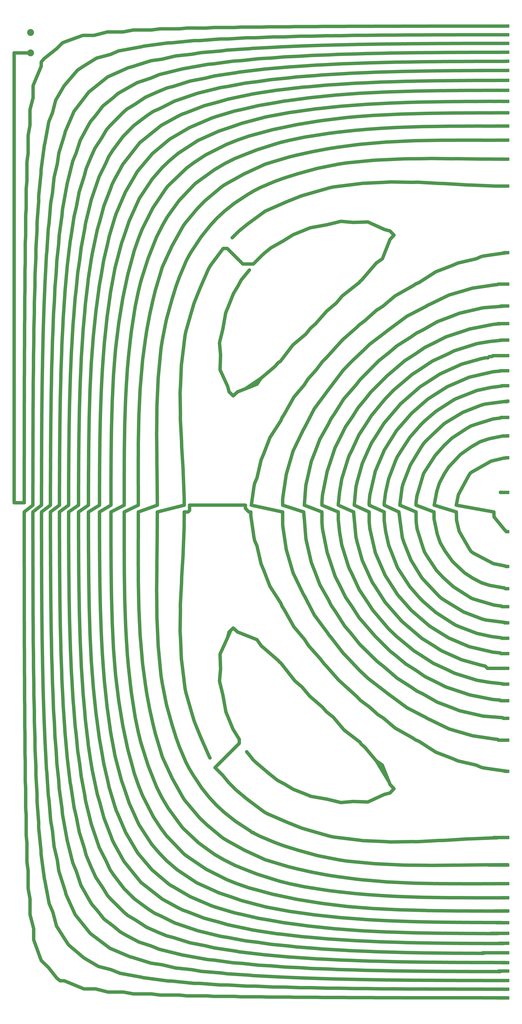
<source format=gbr>
%TF.GenerationSoftware,KiCad,Pcbnew,7.0.1-3b83917a11~172~ubuntu22.04.1*%
%TF.CreationDate,2023-12-10T14:17:30-05:00*%
%TF.ProjectId,coil_template_second,636f696c-5f74-4656-9d70-6c6174655f73,rev?*%
%TF.SameCoordinates,Original*%
%TF.FileFunction,Copper,L1,Top*%
%TF.FilePolarity,Positive*%
%FSLAX46Y46*%
G04 Gerber Fmt 4.6, Leading zero omitted, Abs format (unit mm)*
G04 Created by KiCad (PCBNEW 7.0.1-3b83917a11~172~ubuntu22.04.1) date 2023-12-10 14:17:30*
%MOMM*%
%LPD*%
G01*
G04 APERTURE LIST*
%TA.AperFunction,SMDPad,CuDef*%
%ADD10R,5.000000X5.000000*%
%TD*%
%TA.AperFunction,ComponentPad*%
%ADD11C,10.160000*%
%TD*%
%TA.AperFunction,ViaPad*%
%ADD12C,4.000000*%
%TD*%
%TA.AperFunction,Conductor*%
%ADD13C,5.000000*%
%TD*%
G04 APERTURE END LIST*
D10*
%TO.P,J56,1*%
%TO.N,Net-(J1-Pin_1)*%
X746500000Y-1464373272D03*
%TD*%
%TO.P,J7,1*%
%TO.N,Net-(J1-Pin_1)*%
X746500000Y-115649133D03*
%TD*%
%TO.P,J20,1*%
%TO.N,Net-(J1-Pin_1)*%
X746500000Y-497339098D03*
%TD*%
%TO.P,J54,1*%
%TO.N,Net-(J1-Pin_1)*%
X746500000Y-1438758095D03*
%TD*%
%TO.P,J34,1*%
%TO.N,Net-(J1-Pin_1)*%
X746500000Y-935666707D03*
%TD*%
D11*
%TO.P,J1,1,Pin_1*%
%TO.N,Net-(J1-Pin_1)*%
X45240000Y-75240000D03*
%TO.P,J1,2,Pin_2*%
X45240000Y-45270000D03*
%TD*%
D10*
%TO.P,J33,1*%
%TO.N,Net-(J1-Pin_1)*%
X746500000Y-912969124D03*
%TD*%
%TO.P,J45,1*%
%TO.N,Net-(J1-Pin_1)*%
X746500000Y-1296376540D03*
%TD*%
%TO.P,J10,1*%
%TO.N,Net-(J1-Pin_1)*%
X746500000Y-163296738D03*
%TD*%
%TO.P,J49,1*%
%TO.N,Net-(J1-Pin_1)*%
X746500000Y-1369480685D03*
%TD*%
%TO.P,J35,1*%
%TO.N,Net-(J1-Pin_1)*%
X746500000Y-958233090D03*
%TD*%
%TO.P,J50,1*%
%TO.N,Net-(J1-Pin_1)*%
X746500000Y-1384034762D03*
%TD*%
%TO.P,J44,1*%
%TO.N,Net-(J1-Pin_1)*%
X746500000Y-1269000000D03*
%TD*%
%TO.P,J31,1*%
%TO.N,Net-(J1-Pin_1)*%
X746500000Y-862787199D03*
%TD*%
%TO.P,J13,1*%
%TO.N,Net-(J1-Pin_1)*%
X746500000Y-231461253D03*
%TD*%
%TO.P,J6,1*%
%TO.N,Net-(J1-Pin_1)*%
X746500000Y-101072427D03*
%TD*%
%TO.P,J40,1*%
%TO.N,Net-(J1-Pin_1)*%
X746500000Y-1085440235D03*
%TD*%
%TO.P,J55,1*%
%TO.N,Net-(J1-Pin_1)*%
X746500000Y-1451565684D03*
%TD*%
%TO.P,J48,1*%
%TO.N,Net-(J1-Pin_1)*%
X746500000Y-1353762280D03*
%TD*%
%TO.P,J51,1*%
%TO.N,Net-(J1-Pin_1)*%
X746500000Y-1398006677D03*
%TD*%
%TO.P,J39,1*%
%TO.N,Net-(J1-Pin_1)*%
X746500000Y-1053411796D03*
%TD*%
%TO.P,J5,1*%
%TO.N,Net-(J1-Pin_1)*%
X746500000Y-87515000D03*
%TD*%
%TO.P,J25,1*%
%TO.N,Net-(J1-Pin_1)*%
X746500000Y-611106415D03*
%TD*%
%TO.P,J27,1*%
%TO.N,Net-(J1-Pin_1)*%
X746500000Y-670366786D03*
%TD*%
%TO.P,J2,1*%
%TO.N,Net-(J1-Pin_1)*%
X746500000Y-48565597D03*
%TD*%
%TO.P,J17,1*%
%TO.N,Net-(J1-Pin_1)*%
X746500000Y-415087466D03*
%TD*%
%TO.P,J16,1*%
%TO.N,Net-(J1-Pin_1)*%
X746500000Y-368850000D03*
%TD*%
%TO.P,J30,1*%
%TO.N,Net-(J1-Pin_1)*%
X746500000Y-830223384D03*
%TD*%
%TO.P,J24,1*%
%TO.N,Net-(J1-Pin_1)*%
X746500000Y-587175553D03*
%TD*%
%TO.P,J8,1*%
%TO.N,Net-(J1-Pin_1)*%
X746500000Y-130230000D03*
%TD*%
%TO.P,J3,1*%
%TO.N,Net-(J1-Pin_1)*%
X746500000Y-61260000D03*
%TD*%
%TO.P,J47,1*%
%TO.N,Net-(J1-Pin_1)*%
X746500000Y-1336523784D03*
%TD*%
%TO.P,J23,1*%
%TO.N,Net-(J1-Pin_1)*%
X746500000Y-564446273D03*
%TD*%
%TO.P,J28,1*%
%TO.N,Net-(J1-Pin_1)*%
X746500000Y-721288889D03*
%TD*%
%TO.P,J22,1*%
%TO.N,Net-(J1-Pin_1)*%
X746500000Y-542409727D03*
%TD*%
%TO.P,J32,1*%
%TO.N,Net-(J1-Pin_1)*%
X746500000Y-889195702D03*
%TD*%
%TO.P,J38,1*%
%TO.N,Net-(J1-Pin_1)*%
X746500000Y-1027460455D03*
%TD*%
%TO.P,J36,1*%
%TO.N,Net-(J1-Pin_1)*%
X746500000Y-979854834D03*
%TD*%
%TO.P,J29,1*%
%TO.N,Net-(J1-Pin_1)*%
X746500000Y-778968895D03*
%TD*%
%TO.P,J12,1*%
%TO.N,Net-(J1-Pin_1)*%
X746500000Y-203541365D03*
%TD*%
%TO.P,J46,1*%
%TO.N,Net-(J1-Pin_1)*%
X746500000Y-1317152037D03*
%TD*%
%TO.P,J43,1*%
%TO.N,Net-(J1-Pin_1)*%
X746500000Y-1228544230D03*
%TD*%
%TO.P,J37,1*%
%TO.N,Net-(J1-Pin_1)*%
X746500000Y-1003109754D03*
%TD*%
%TO.P,J9,1*%
%TO.N,Net-(J1-Pin_1)*%
X746500000Y-146519945D03*
%TD*%
%TO.P,J52,1*%
%TO.N,Net-(J1-Pin_1)*%
X746500000Y-1412560755D03*
%TD*%
%TO.P,J4,1*%
%TO.N,Net-(J1-Pin_1)*%
X746500000Y-74320000D03*
%TD*%
%TO.P,J26,1*%
%TO.N,Net-(J1-Pin_1)*%
X746500000Y-638060123D03*
%TD*%
%TO.P,J14,1*%
%TO.N,Net-(J1-Pin_1)*%
X746500000Y-270992320D03*
%TD*%
%TO.P,J19,1*%
%TO.N,Net-(J1-Pin_1)*%
X746500000Y-473171446D03*
%TD*%
%TO.P,J11,1*%
%TO.N,Net-(J1-Pin_1)*%
X746500000Y-182782671D03*
%TD*%
%TO.P,J41,1*%
%TO.N,Net-(J1-Pin_1)*%
X746500000Y-1131252308D03*
%TD*%
%TO.P,J21,1*%
%TO.N,Net-(J1-Pin_1)*%
X746500000Y-520282497D03*
%TD*%
%TO.P,J1,1*%
%TO.N,Net-(J1-Pin_1)*%
X746500000Y-35800000D03*
%TD*%
%TO.P,J18,1*%
%TO.N,Net-(J1-Pin_1)*%
X746500000Y-447280773D03*
%TD*%
%TO.P,J53,1*%
%TO.N,Net-(J1-Pin_1)*%
X746500000Y-1424786180D03*
%TD*%
D12*
%TO.N,Net-(J1-Pin_1)*%
X341588313Y-346915748D03*
X308895629Y-1111666445D03*
X362871562Y-1102525359D03*
X366753504Y-394449392D03*
X736064626Y-720961758D03*
%TD*%
D13*
%TO.N,Net-(J1-Pin_1)*%
X64350000Y-219011800D02*
X65540000Y-210310000D01*
X625360000Y-230635400D02*
X634580000Y-230460000D01*
X516210000Y-928506200D02*
X506740000Y-917520000D01*
X671900000Y-582943300D02*
X701080000Y-571540000D01*
X746500000Y-48565597D02*
X739085597Y-48565597D01*
X189460000Y-96733100D02*
X191900000Y-96280000D01*
X447640000Y-760940100D02*
X446620000Y-750590000D01*
X573550000Y-349506800D02*
X562240000Y-377950000D01*
X183560000Y-621484700D02*
X184300000Y-598740000D01*
X411700000Y-207099400D02*
X425350000Y-203730000D01*
X739489615Y-163296738D02*
X739469382Y-163316971D01*
X317630000Y-1331118700D02*
X311020000Y-1328920000D01*
X88820000Y-583930700D02*
X89580000Y-555380000D01*
X256630000Y-146176400D02*
X289060000Y-135110000D01*
X407020000Y-208502500D02*
X411700000Y-207100000D01*
X742100000Y-776408500D02*
X726480000Y-757190000D01*
X653490000Y-1232781600D02*
X646300000Y-1232900000D01*
X618830000Y-1451195900D02*
X600980000Y-1451200000D01*
X303150000Y-1275085100D02*
X275770000Y-1256620000D01*
X122460000Y-95098900D02*
X142250000Y-82820000D01*
X544450000Y-89765200D02*
X555380000Y-89580000D01*
X87300000Y-342891500D02*
X91340000Y-314200000D01*
X746500000Y-1424786180D02*
X733223165Y-1424786180D01*
X416660000Y-351582700D02*
X431200000Y-342470000D01*
X152620000Y-1119588700D02*
X149180000Y-1098940000D01*
X86660000Y-1277556000D02*
X84520000Y-1261930000D01*
X547190000Y-103845000D02*
X552390000Y-103600000D01*
X370710000Y-1364274400D02*
X368460000Y-1363750000D01*
X367020000Y-1430931500D02*
X333650000Y-1428800000D01*
X118100000Y-560720200D02*
X119150000Y-538400000D01*
X665490000Y-1269191500D02*
X634580000Y-1269540000D01*
X411470000Y-970916200D02*
X412780000Y-971710000D01*
X581270000Y-675761800D02*
X584040000Y-669300000D01*
X704847521Y-101072427D02*
X704759375Y-101160573D01*
X524620000Y-1331118700D02*
X510540000Y-1329890000D01*
X202940000Y-1251628000D02*
X201930000Y-1250080000D01*
X743778251Y-35849217D02*
X743778751Y-35849717D01*
X578660000Y-49051500D02*
X600980000Y-48800000D01*
X198870000Y-1349430000D02*
X188160000Y-1343200000D01*
X538400000Y-1380847200D02*
X521700000Y-1380150000D01*
X629020000Y-1053909200D02*
X626690000Y-1052360000D01*
X48650000Y-640918200D02*
X48800000Y-618830000D01*
X474260000Y-774737600D02*
X473500000Y-764850000D01*
X39840000Y-1236271500D02*
X38700000Y-1225050000D01*
X744820000Y-1131074000D02*
X741943052Y-1130659983D01*
X517630000Y-658892300D02*
X527860000Y-636720000D01*
X546850000Y-1266667500D02*
X510890000Y-1263260000D01*
X168440000Y-261589000D02*
X180720000Y-239150000D01*
X600910000Y-552236600D02*
X606120000Y-547760000D01*
X729886435Y-203541365D02*
X729880000Y-203547800D01*
X209290000Y-533042900D02*
X209930000Y-526280000D01*
X590840000Y-910658500D02*
X588670000Y-908180000D01*
X719050000Y-642384100D02*
X739240000Y-638370000D01*
X162600000Y-77535700D02*
X174520000Y-72370000D01*
X302580000Y-225210200D02*
X323010000Y-214880000D01*
X739234326Y-35849217D02*
X743778251Y-35849217D01*
X569000000Y-550152300D02*
X595090000Y-527750000D01*
X278921571Y-739962462D02*
X360946490Y-739962462D01*
X373580000Y-712486100D02*
X374450000Y-707960000D01*
X224990000Y-303047700D02*
X243780000Y-275150000D01*
X134490000Y-969891000D02*
X134040000Y-961340000D01*
X546850000Y-233334600D02*
X553180000Y-232790000D01*
X209930000Y-973718100D02*
X209290000Y-966960000D01*
X224310000Y-223199400D02*
X247990000Y-203410000D01*
X130720000Y-851974500D02*
X130680000Y-848140000D01*
X583930000Y-88817500D02*
X595930000Y-88680000D01*
X196540000Y-1458428100D02*
X181530000Y-1455730000D01*
X264900000Y-574764200D02*
X265490000Y-565320000D01*
X142380000Y-1334929100D02*
X135610000Y-1327310000D01*
X543560000Y-503581900D02*
X568370000Y-484680000D01*
X108480000Y-464470500D02*
X110570000Y-436320000D01*
X371090000Y-1112614700D02*
X362871562Y-1102525359D01*
X206310000Y-206596100D02*
X206310000Y-206600000D01*
X182920000Y-821991600D02*
X182790000Y-798010000D01*
X237000000Y-991068900D02*
X236740000Y-989110000D01*
X88130000Y-863728100D02*
X87870000Y-836560000D01*
X526610000Y-1232220600D02*
X490500000Y-1227760000D01*
X329160000Y-269838900D02*
X334760000Y-266560000D01*
X149840000Y-200004500D02*
X156810000Y-188130000D01*
X182710000Y-1303800700D02*
X167370000Y-1283730000D01*
X474610000Y-1392451000D02*
X464470000Y-1391520000D01*
X231280000Y-714163200D02*
X231260000Y-705770000D01*
X477080000Y-1343787900D02*
X463340000Y-1342380000D01*
X189120000Y-521456100D02*
X191820000Y-496660000D01*
X552390000Y-103598800D02*
X587950000Y-102570000D01*
X647250000Y-795171700D02*
X642960000Y-782520000D01*
X436320000Y-110576400D02*
X464470000Y-108480000D01*
X746500000Y-721288889D02*
X736391757Y-721288889D01*
X497500000Y-750000000D02*
X473500000Y-740000000D01*
X115650000Y-740000000D02*
X115680000Y-719440000D01*
X310990000Y-171139700D02*
X317750000Y-168880000D01*
X344900000Y-1462099200D02*
X314520000Y-1462100000D01*
X508930000Y-1263002500D02*
X498720000Y-1261430000D01*
X142250000Y-82823100D02*
X162600000Y-77540000D01*
X417040000Y-1448328700D02*
X402480000Y-1448330000D01*
X627030000Y-913809600D02*
X604850000Y-894630000D01*
X583920000Y-994323100D02*
X565410000Y-978200000D01*
X45240000Y-75240000D02*
X21086901Y-75240000D01*
X269290000Y-98535900D02*
X270090000Y-98450000D01*
X104440000Y-346704500D02*
X109110000Y-315390000D01*
X449490000Y-64864800D02*
X450070000Y-64820000D01*
X737179945Y-146519945D02*
X737130000Y-146470000D01*
X440710000Y-80156800D02*
X458180000Y-78940000D01*
X341180000Y-183746500D02*
X355400000Y-178770000D01*
X105750000Y-506063400D02*
X107550000Y-474610000D01*
X269540000Y-329645300D02*
X272490000Y-325460000D01*
X234130000Y-1251204300D02*
X223290000Y-1238520000D01*
X372636174Y-385534774D02*
X357178860Y-385534774D01*
X739240000Y-638370000D02*
X746190123Y-638370000D01*
X400790000Y-1311903000D02*
X374630000Y-1304790000D01*
X315390000Y-1390889500D02*
X302130000Y-1387640000D01*
X285560000Y-1057183200D02*
X282060000Y-1045250000D01*
X183120000Y-1338930400D02*
X162330000Y-1318400000D01*
X166970000Y-550959000D02*
X167080000Y-548830000D01*
X236740000Y-989114500D02*
X233340000Y-953150000D01*
X238570000Y-390687400D02*
X238850000Y-389910000D01*
X580650000Y-1315033100D02*
X559780000Y-1313850000D01*
X694200000Y-877274100D02*
X691860000Y-876030000D01*
X701800000Y-928634100D02*
X675410000Y-918650000D01*
X75420000Y-923763600D02*
X75100000Y-896280000D01*
X49430000Y-961584300D02*
X49050000Y-938910000D01*
X38700000Y-1225050300D02*
X38700000Y-1195590000D01*
X124900000Y-455040000D02*
X125650000Y-444970000D01*
X673600000Y-1464142200D02*
X666280000Y-1464120000D01*
X621490000Y-1316439000D02*
X598740000Y-1315700000D01*
X737686086Y-182784884D02*
X742020000Y-182780000D01*
X701480000Y-997447800D02*
X673420000Y-988720000D01*
X334284086Y-362640000D02*
X328380000Y-362640000D01*
X659550000Y-517334700D02*
X667590000Y-513240000D01*
X48540000Y-750000000D02*
X61230000Y-740000000D01*
X414980000Y-888842000D02*
X412800000Y-883780000D01*
X230810000Y-665486500D02*
X230460000Y-634570000D01*
X36140000Y-513648300D02*
X36320000Y-505920000D01*
X205500000Y-207408900D02*
X206310000Y-206600000D01*
X705420000Y-974738200D02*
X678790000Y-967270000D01*
X732332534Y-415087466D02*
X731680000Y-415740000D01*
X732496039Y-231392259D02*
X745930000Y-231480000D01*
X659980000Y-683691800D02*
X677190000Y-665410000D01*
X327160649Y-1136600000D02*
X316315770Y-1125755121D01*
X362871562Y-1102525359D02*
X362800000Y-1102560000D01*
X183750000Y-1158817400D02*
X178770000Y-1144600000D01*
X292190000Y-1236422600D02*
X270720000Y-1216320000D01*
X193390000Y-483884200D02*
X198210000Y-452960000D01*
X587900000Y-740000000D02*
X591290000Y-713660000D01*
X255180000Y-124417900D02*
X279690000Y-116640000D01*
X119260000Y-1298827200D02*
X112400000Y-1278120000D01*
X546440000Y-648348500D02*
X546440000Y-648350000D01*
X351980000Y-1084165000D02*
X342610000Y-1069030000D01*
X517650000Y-528247600D02*
X535160000Y-511790000D01*
X489390000Y-63604400D02*
X490240000Y-63600000D01*
X491750000Y-1362594800D02*
X487630000Y-1362160000D01*
X431070000Y-839576900D02*
X424370000Y-816690000D01*
X602690000Y-949087400D02*
X583430000Y-933220000D01*
X36320000Y-1026276700D02*
X36320000Y-994080000D01*
X116630000Y-279683500D02*
X124410000Y-255180000D01*
X746350000Y-1464153600D02*
X730922324Y-1464151903D01*
X204290000Y-609577600D02*
X206110000Y-571240000D01*
X746500000Y-115649133D02*
X740550867Y-115649133D01*
X265490000Y-934676900D02*
X264900000Y-925240000D01*
X77370000Y-1002697900D02*
X76760000Y-977290000D01*
X272650000Y-163682300D02*
X300500000Y-152880000D01*
X443920000Y-1007030700D02*
X455560000Y-1020840000D01*
X719440000Y-1384317700D02*
X700460000Y-1384260000D01*
X431270000Y-1157666400D02*
X418440000Y-1149930000D01*
X510890000Y-1263264400D02*
X508930000Y-1263000000D01*
X474610000Y-107551300D02*
X506060000Y-105760000D01*
X691420000Y-693120600D02*
X693500000Y-691520000D01*
X504790000Y-541612400D02*
X517650000Y-528250000D01*
X648020000Y-130717300D02*
X651860000Y-130680000D01*
X646150000Y-707455200D02*
X646150000Y-707460000D01*
X722840000Y-1353515900D02*
X697160000Y-1353420000D01*
X482360000Y-571196800D02*
X482720000Y-570620000D01*
X266520000Y-99190700D02*
X269290000Y-98540000D01*
X158420000Y-355728000D02*
X160670000Y-345010000D01*
X554290000Y-969439000D02*
X548470000Y-963650000D01*
X530790000Y-62711500D02*
X568580000Y-62090000D01*
X95250000Y-59160300D02*
X122040000Y-49480000D01*
X36560000Y-465747900D02*
X36560000Y-433840000D01*
X74360000Y-735740400D02*
X74380000Y-724220000D01*
X222440000Y-86664600D02*
X238070000Y-84520000D01*
X76760000Y-522715100D02*
X77370000Y-497300000D01*
X116570000Y-880066500D02*
X116230000Y-860300000D01*
X457230000Y-1168064700D02*
X447380000Y-1164000000D01*
X109120000Y-1184601700D02*
X104460000Y-1153300000D01*
X657920000Y-958007800D02*
X649000000Y-953900000D01*
X357070000Y-1413609300D02*
X342890000Y-1412700000D01*
X571560000Y-798911500D02*
X567120000Y-778600000D01*
X617680000Y-147578200D02*
X642430000Y-147090000D01*
X269480000Y-807782100D02*
X270970000Y-771420000D01*
X733223165Y-1424786180D02*
X732377732Y-1425631613D01*
X583430000Y-933215200D02*
X571400000Y-921760000D01*
X629350000Y-583913500D02*
X630840000Y-582960000D01*
X167370000Y-1283733500D02*
X161880000Y-1275520000D01*
X421610000Y-294034400D02*
X442820000Y-285560000D01*
X737903727Y-564446273D02*
X746500000Y-564446273D01*
X147090000Y-857566500D02*
X146900000Y-842680000D01*
X697160000Y-1353418200D02*
X682710000Y-1353350000D01*
X454750000Y-1217944200D02*
X443740000Y-1214770000D01*
X563320000Y-75763900D02*
X576240000Y-75420000D01*
X355400000Y-178772400D02*
X389210000Y-169820000D01*
X272480000Y-489281300D02*
X273420000Y-484890000D01*
X109110000Y-315392400D02*
X112360000Y-302130000D01*
X182500000Y-1263737800D02*
X168940000Y-1239320000D01*
X740187949Y-587899097D02*
X745776456Y-587899097D01*
X725210000Y-543863700D02*
X735310000Y-542910000D01*
X600980000Y-1451195900D02*
X578660000Y-1450950000D01*
X230780000Y-1367118100D02*
X216100000Y-1360620000D01*
X230810000Y-834513300D02*
X230790000Y-825580000D01*
X36140000Y-953954000D02*
X36020000Y-946400000D01*
X293850000Y-57093700D02*
X324170000Y-54710000D01*
X142570000Y-444890000D02*
X146270000Y-416790000D01*
X48570000Y-680899500D02*
X48650000Y-658940000D01*
X156720000Y-1264096700D02*
X146180000Y-1243370000D01*
X746500000Y-1228544230D02*
X725866873Y-1228544230D01*
X91150000Y-505213200D02*
X92830000Y-473460000D01*
X447380000Y-1163997700D02*
X431270000Y-1157670000D01*
X66060000Y-1291345900D02*
X65530000Y-1289690000D01*
X449580000Y-488755500D02*
X430780000Y-504530000D01*
X151510000Y-153201900D02*
X165850000Y-141770000D01*
X371090000Y-1112614700D02*
X371090000Y-1113090000D01*
X282060000Y-1045245500D02*
X273420000Y-1015090000D01*
X421200000Y-1316180100D02*
X400790000Y-1311900000D01*
X317750000Y-168881300D02*
X345010000Y-160680000D01*
X252900000Y-359401400D02*
X265910000Y-335880000D01*
X173150000Y-135285200D02*
X179160000Y-131690000D01*
X732847035Y-1085440235D02*
X731670000Y-1084263200D01*
X61420000Y-851747200D02*
X61420000Y-848390000D01*
X354210000Y-1462677800D02*
X344900000Y-1462100000D01*
X560910000Y-149643800D02*
X578360000Y-148810000D01*
X721568053Y-1369748981D02*
X692080000Y-1369650000D01*
X740550000Y-1384348100D02*
X733507786Y-1384338726D01*
X472750000Y-1256300200D02*
X466040000Y-1254870000D01*
X641090000Y-602001500D02*
X665850000Y-586150000D01*
X152850000Y-300487800D02*
X163000000Y-274170000D01*
X112250000Y-1077724800D02*
X110580000Y-1063680000D01*
X335630000Y-1233956800D02*
X329740000Y-1230520000D01*
X64860000Y-449494400D02*
X66430000Y-410960000D01*
X449800000Y-788792200D02*
X447640000Y-760940000D01*
X463700000Y-660723700D02*
X470390000Y-642980000D01*
X115680000Y-780555000D02*
X115650000Y-750000000D01*
X571510000Y-482264300D02*
X598320000Y-462330000D01*
X146470000Y-740000000D02*
X146470000Y-737130000D01*
X742210000Y-861838800D02*
X719940000Y-857900000D01*
X90920000Y-514582200D02*
X91150000Y-505210000D01*
X304410000Y-38697900D02*
X314520000Y-37900000D01*
X115680000Y-719444800D02*
X115750000Y-700460000D01*
X37320000Y-354215000D02*
X37900000Y-344900000D01*
X75100000Y-603724200D02*
X75420000Y-576240000D01*
X427720000Y-1404383800D02*
X389880000Y-1401040000D01*
X331980000Y-457314300D02*
X336220000Y-447050000D01*
X59250000Y-1405213100D02*
X49700000Y-1378770000D01*
X689410000Y-947819800D02*
X659720000Y-935160000D01*
X138330000Y-49475400D02*
X158130000Y-44390000D01*
X732377732Y-1425631613D02*
X724220000Y-1425620000D01*
X746610000Y-912969500D02*
X741040545Y-912256777D01*
X463340000Y-1342384300D02*
X433840000Y-1338190000D01*
X198210000Y-452960600D02*
X199160000Y-447170000D01*
X248560000Y-234311200D02*
X262010000Y-222910000D01*
X743892984Y-830223384D02*
X743210000Y-829540400D01*
X459370000Y-220397500D02*
X482760000Y-216020000D01*
X627180000Y-164124400D02*
X632710000Y-164010000D01*
X464470000Y-108482600D02*
X474610000Y-107550000D01*
X374620000Y-195223200D02*
X400790000Y-188100000D01*
X190190000Y-1178068900D02*
X183750000Y-1158820000D01*
X553180000Y-1267214700D02*
X546850000Y-1266670000D01*
X380860000Y-1365964000D02*
X370710000Y-1364270000D01*
X680900000Y-48573300D02*
X699020000Y-48570000D01*
X632710000Y-1335985300D02*
X627180000Y-1335880000D01*
X519120000Y-1175567000D02*
X501460000Y-1177170000D01*
X324430000Y-980878700D02*
X323690000Y-959000000D01*
X182920000Y-678007800D02*
X182950000Y-661860000D01*
X86390000Y-357073800D02*
X87300000Y-342890000D01*
X675800000Y-457837700D02*
X708420000Y-450340000D01*
X247990000Y-203413000D02*
X249380000Y-202230000D01*
X249380000Y-202233400D02*
X250620000Y-201430000D01*
X101350000Y-668703400D02*
X101740000Y-631380000D01*
X101350000Y-831297100D02*
X101330000Y-828830000D01*
X627290000Y-813931200D02*
X624100000Y-808500000D01*
X204290000Y-610224700D02*
X204290000Y-609580000D01*
X692080000Y-1369652200D02*
X687850000Y-1369630000D01*
X206800000Y-1293783700D02*
X182500000Y-1263740000D01*
X204290000Y-889774000D02*
X203730000Y-860090000D01*
X739085597Y-48565597D02*
X739060000Y-48540000D01*
X230460000Y-865426100D02*
X230810000Y-834510000D01*
X450330000Y-708427900D02*
X457820000Y-675790000D01*
X334710000Y-934948500D02*
X336910000Y-926560000D01*
X36020000Y-946395600D02*
X36020000Y-913850000D01*
X168940000Y-1239322300D02*
X165390000Y-1232340000D01*
X290070000Y-134717900D02*
X292640000Y-134040000D01*
X183480000Y-341934900D02*
X190050000Y-322250000D01*
X95260000Y-1377550500D02*
X83210000Y-1358560000D01*
X301030000Y-293058800D02*
X325200000Y-272700000D01*
X553420000Y-453783600D02*
X562950000Y-447640000D01*
X205620000Y-288356100D02*
X223980000Y-260730000D01*
X550960000Y-1333030300D02*
X548830000Y-1332920000D01*
X412310000Y-528670600D02*
X409380000Y-530380000D01*
X720910000Y-1451460800D02*
X699020000Y-1451430000D01*
X199360000Y-254426500D02*
X201650000Y-250250000D01*
X112360000Y-302129100D02*
X116630000Y-279680000D01*
X366753504Y-394449392D02*
X366830000Y-394340000D01*
X505210000Y-91148400D02*
X514580000Y-90920000D01*
X134040000Y-538600000D02*
X134490000Y-530110000D01*
X737350000Y-565000000D02*
X737903727Y-564446273D01*
X535160000Y-511789200D02*
X543560000Y-503580000D01*
X225270000Y-1062584300D02*
X220400000Y-1040630000D01*
X184970000Y-919351800D02*
X184300000Y-901260000D01*
X134040000Y-1119082400D02*
X130010000Y-1092550000D01*
X163340000Y-786847500D02*
X163310000Y-750000000D01*
X372120000Y-68503300D02*
X408440000Y-66650000D01*
X447640000Y-873245500D02*
X446120000Y-870960000D01*
X617650000Y-566112000D02*
X640190000Y-551690000D01*
X140900000Y-1286784400D02*
X133870000Y-1271200000D01*
X598740000Y-184297400D02*
X621490000Y-183560000D01*
X162330000Y-1318400500D02*
X158230000Y-1313790000D01*
X174520000Y-72373700D02*
X208680000Y-66050000D01*
X719940000Y-857904100D02*
X707970000Y-854120000D01*
X655810000Y-1425413000D02*
X643980000Y-1425300000D01*
X717988062Y-1268704323D02*
X714160000Y-1268730000D01*
X431270000Y-1157666400D02*
X418440000Y-1149930000D01*
X725260000Y-1025743900D02*
X690780000Y-1018940000D01*
X180720000Y-239145000D02*
X203670000Y-209880000D01*
X651860000Y-130677600D02*
X687850000Y-130370000D01*
X315400000Y-109120000D02*
X346700000Y-104450000D01*
X571240000Y-206106800D02*
X609580000Y-204290000D01*
X238070000Y-84515100D02*
X258470000Y-79700000D01*
X692220000Y-1230518200D02*
X687640000Y-1230620000D01*
X746500000Y-231461253D02*
X732565033Y-231461253D01*
X363200000Y-52968600D02*
X376270000Y-52970000D01*
X334710000Y-934948500D02*
X334710000Y-934950000D01*
X684140000Y-1425521900D02*
X655810000Y-1425410000D01*
X78190000Y-481867200D02*
X78940000Y-458180000D01*
X189120000Y-978542000D02*
X187580000Y-960880000D01*
X95540000Y-194143800D02*
X96050000Y-191340000D01*
X665480000Y-230807800D02*
X674420000Y-230780000D01*
X206240000Y-931566100D02*
X206110000Y-928760000D01*
X609580000Y-1295708400D02*
X571240000Y-1293890000D01*
X118160000Y-203709400D02*
X129690000Y-182340000D01*
X687640000Y-269373200D02*
X692220000Y-269480000D01*
X639750000Y-1296273300D02*
X610220000Y-1295710000D01*
X325880000Y-1286535100D02*
X303150000Y-1275090000D01*
X484890000Y-1226582700D02*
X454750000Y-1217940000D01*
X525270000Y-705417300D02*
X532730000Y-678790000D01*
X617820000Y-842910400D02*
X604180000Y-820500000D01*
X631380000Y-1398262400D02*
X628420000Y-1398210000D01*
X271000000Y-740000000D02*
X271000000Y-731370000D01*
X359400000Y-1247101600D02*
X335630000Y-1233960000D01*
X49700000Y-1378768600D02*
X49700000Y-1362490000D01*
X446010000Y-336516500D02*
X455950000Y-332380000D01*
X712480000Y-373593000D02*
X740424265Y-369563807D01*
X506740000Y-917518600D02*
X493600000Y-896880000D01*
X538420000Y-49426900D02*
X561090000Y-49050000D01*
X50690000Y-457632400D02*
X50690000Y-441950000D01*
X219200000Y-1334468600D02*
X197970000Y-1318870000D01*
X398540000Y-114491800D02*
X422280000Y-112250000D01*
X183320000Y-861789900D02*
X182960000Y-838140000D01*
X541350000Y-994718400D02*
X528640000Y-982740000D01*
X566270000Y-583998500D02*
X578670000Y-571000000D01*
X586150000Y-36017200D02*
X593580000Y-35930000D01*
X78190000Y-1018134000D02*
X77370000Y-1002700000D01*
X135610000Y-1327306600D02*
X131960000Y-1321270000D01*
X641710000Y-630949600D02*
X652840000Y-620490000D01*
X150790000Y-960530500D02*
X149650000Y-939090000D01*
X416090000Y-771906700D02*
X415740000Y-768320000D01*
X666900000Y-163581600D02*
X673020000Y-163520000D01*
X623610000Y-88214500D02*
X636270000Y-88120000D01*
X244840000Y-1225820400D02*
X236290000Y-1214350000D01*
X735810273Y-542409727D02*
X746500000Y-542409727D01*
X453950000Y-1358719500D02*
X444890000Y-1357430000D01*
X364050000Y-326849000D02*
X389610000Y-308130000D01*
X421030000Y-805313500D02*
X416090000Y-771910000D01*
X230910000Y-594287500D02*
X231320000Y-585720000D01*
X146280000Y-1083204500D02*
X142580000Y-1055110000D01*
X542250000Y-885139500D02*
X528270000Y-864120000D01*
X417980000Y-1240891900D02*
X404380000Y-1235960000D01*
X110570000Y-436315300D02*
X112250000Y-422280000D01*
X99190000Y-266502600D02*
X107190000Y-234230000D01*
X101740000Y-868619600D02*
X101350000Y-831300000D01*
X88820000Y-916068600D02*
X88680000Y-904070000D01*
X651610000Y-1438576300D02*
X648250000Y-1438580000D01*
X671170000Y-1398670200D02*
X668700000Y-1398650000D01*
X374470000Y-792030100D02*
X373590000Y-787520000D01*
X376270000Y-1447033400D02*
X363200000Y-1447030000D01*
X737080000Y-888294400D02*
X726920000Y-887000000D01*
X163310000Y-750000000D02*
X182780000Y-740000000D01*
X116570000Y-619934300D02*
X116930000Y-600080000D01*
X746500000Y-862787199D02*
X743158399Y-862787199D01*
X598530000Y-1037837100D02*
X571530000Y-1017880000D01*
X466040000Y-1254866900D02*
X437990000Y-1247130000D01*
X735320000Y-957098100D02*
X725200000Y-956150000D01*
X663440000Y-1412132900D02*
X636270000Y-1411880000D01*
X74380000Y-775777000D02*
X74360000Y-750000000D01*
X258470000Y-1420306100D02*
X238070000Y-1415480000D01*
X729653652Y-1353524720D02*
X729891212Y-1353762280D01*
X578660000Y-1450948700D02*
X561090000Y-1450950000D01*
X611280000Y-982543600D02*
X596690000Y-973390000D01*
X330080000Y-1191761800D02*
X318170000Y-1180820000D01*
X207090000Y-411697700D02*
X208490000Y-407030000D01*
X614550000Y-265327400D02*
X646300000Y-267100000D01*
X159990000Y-227707900D02*
X166160000Y-218240000D01*
X62710000Y-528908300D02*
X63600000Y-490250000D01*
X158590000Y-110492900D02*
X185200000Y-98580000D01*
X668720000Y-584321300D02*
X671900000Y-582940000D01*
X325130000Y-1373940300D02*
X292580000Y-1365960000D01*
X137410000Y-1008243500D02*
X134530000Y-970440000D01*
X222450000Y-1413330500D02*
X193730000Y-1404410000D01*
X398320000Y-361940000D02*
X389070000Y-369445900D01*
X611850000Y-750000000D02*
X587900000Y-740000000D01*
X623610000Y-1411785500D02*
X595930000Y-1411320000D01*
X712570000Y-591556900D02*
X740187949Y-587899097D01*
X388810000Y-1191129100D02*
X362920000Y-1171750000D01*
X611440000Y-1438326500D02*
X608370000Y-1438330000D01*
X620150000Y-935677500D02*
X593270000Y-912760000D01*
X524920000Y-478441500D02*
X527860000Y-475450000D01*
X511280000Y-673419700D02*
X513220000Y-667580000D01*
X708850000Y-1398858100D02*
X671170000Y-1398670000D01*
X725260000Y-474261600D02*
X731285269Y-473797612D01*
X176610000Y-1367022600D02*
X166910000Y-1358810000D01*
X411700000Y-1292905500D02*
X407020000Y-1291500000D01*
X108480000Y-1035531800D02*
X107550000Y-1025390000D01*
X342890000Y-87303400D02*
X357070000Y-86400000D01*
X642960000Y-782518600D02*
X638250000Y-759950000D01*
X529120000Y-411540800D02*
X528410000Y-412740000D01*
X542910000Y-735310600D02*
X543860000Y-725210000D01*
X501460000Y-1177166800D02*
X481030000Y-1172200000D01*
X182780000Y-750000000D02*
X203550000Y-740000000D01*
X133870000Y-1271202400D02*
X126810000Y-1254500000D01*
X741943052Y-1130659983D02*
X712480000Y-1126420000D01*
X436520000Y-180618800D02*
X465810000Y-175830000D01*
X99190000Y-1112241300D02*
X98980000Y-1110370000D01*
X44300000Y-158915200D02*
X48900000Y-141060000D01*
X654430000Y-807399900D02*
X647250000Y-795170000D01*
X657630000Y-565957100D02*
X689450000Y-552170000D01*
X611440000Y-1368647900D02*
X608390000Y-1368590000D01*
X307650000Y-391023600D02*
X309530000Y-387830000D01*
X619930000Y-1383429500D02*
X600080000Y-1383070000D01*
X398320000Y-361940300D02*
X416660000Y-351580000D01*
X482760000Y-216017000D02*
X495730000Y-214020000D01*
X276579467Y-750000000D02*
X276604016Y-750024549D01*
X532760000Y-821196700D02*
X525290000Y-794600000D01*
X560720000Y-1381902800D02*
X538400000Y-1380850000D01*
X360946490Y-739962462D02*
X360946490Y-744723444D01*
X568440000Y-1293768200D02*
X533040000Y-1290710000D01*
X679510000Y-1384150600D02*
X660280000Y-1383990000D01*
X130720000Y-648024800D02*
X131350000Y-611440000D01*
X95450000Y-431928800D02*
X95620000Y-427720000D01*
X425530000Y-1463109600D02*
X393990000Y-1463110000D01*
X333650000Y-71207100D02*
X367020000Y-69070000D01*
X389630000Y-1401023800D02*
X387700000Y-1400810000D01*
X583020000Y-630585200D02*
X587750000Y-625060000D01*
X274950000Y-1461302900D02*
X263730000Y-1460160000D01*
X336500000Y-1054001200D02*
X332360000Y-1044030000D01*
X163580000Y-666901100D02*
X164020000Y-632710000D01*
X412350000Y-1370460800D02*
X407450000Y-1370000000D01*
X123520000Y-1451080500D02*
X94640000Y-1439140000D01*
X731370000Y-1229000600D02*
X728580000Y-1229030000D01*
X264040000Y-404375900D02*
X273960000Y-380910000D01*
X674420000Y-230782100D02*
X705770000Y-231260000D01*
X74380000Y-724223100D02*
X74430000Y-695750000D01*
X466290000Y-93061900D02*
X473460000Y-92830000D01*
X465150000Y-1435654600D02*
X450070000Y-1435180000D01*
X191900000Y-96282500D02*
X222440000Y-86660000D01*
X98970000Y-1110122900D02*
X95620000Y-1072270000D01*
X514580000Y-1409077300D02*
X505210000Y-1408850000D01*
X354220000Y-37322900D02*
X385260000Y-37320000D01*
X146650000Y-817286500D02*
X146580000Y-802830000D01*
X655810000Y-74586800D02*
X684140000Y-74480000D01*
X452960000Y-1301790000D02*
X447170000Y-1300840000D01*
X84520000Y-1261932700D02*
X79700000Y-1241530000D01*
X197470000Y-1133857800D02*
X195230000Y-1125380000D01*
X455950000Y-332378000D02*
X481040000Y-327820000D01*
X315520000Y-246835100D02*
X330830000Y-237850000D01*
X66430000Y-1089039700D02*
X64870000Y-1050510000D01*
X570730000Y-132548700D02*
X608390000Y-131410000D01*
X528910000Y-1437289100D02*
X490250000Y-1436400000D01*
X389880000Y-98968300D02*
X427730000Y-95620000D01*
X473140000Y-174690500D02*
X509030000Y-170280000D01*
X402490000Y-51672700D02*
X417040000Y-51670000D01*
X713150000Y-163342000D02*
X739469382Y-163316971D01*
X95620000Y-1072273000D02*
X95450000Y-1068070000D01*
X638790000Y-922215200D02*
X631770000Y-917850000D01*
X292450000Y-203456300D02*
X321930000Y-190180000D01*
X412780000Y-971714100D02*
X433770000Y-998400000D01*
X48900000Y-141063600D02*
X48900000Y-123290000D01*
X209930000Y-526284300D02*
X214010000Y-495730000D01*
X35860000Y-793679500D02*
X35850000Y-786380000D01*
X574770000Y-264902800D02*
X605320000Y-265450000D01*
X746500000Y-203541365D02*
X729886435Y-203541365D01*
X209760000Y-1166827800D02*
X203730000Y-1151750000D01*
X35880000Y-866416100D02*
X35880000Y-833720000D01*
X526280000Y-1290070600D02*
X495730000Y-1285990000D01*
X579350000Y-1156892000D02*
X573430000Y-1163080000D01*
X87670000Y-783412800D02*
X87640000Y-750000000D01*
X347570000Y-1296046200D02*
X333910000Y-1290600000D01*
X309000000Y-329109300D02*
X319190000Y-318080000D01*
X343110000Y-579322000D02*
X336940000Y-573420000D01*
X87820000Y-676476900D02*
X87870000Y-663440000D01*
X335140000Y-124580700D02*
X361410000Y-119530000D01*
X389070000Y-369445900D02*
X398320000Y-361940000D01*
X182960000Y-838139700D02*
X182920000Y-821990000D01*
X737714227Y-1412355567D02*
X716590000Y-1412330000D01*
X159060000Y-1455732000D02*
X140760000Y-1451080000D01*
X587030000Y-753091000D02*
X586650000Y-750220000D01*
X729880000Y-203547800D02*
X730090000Y-203550000D01*
X323690000Y-959000400D02*
X334710000Y-934950000D01*
X203490000Y-810175700D02*
X203490000Y-809910000D01*
X62090000Y-568577000D02*
X62710000Y-530790000D01*
X278590000Y-1127513700D02*
X273390000Y-1117550000D01*
X347070000Y-1158539100D02*
X336680000Y-1148080000D01*
X660420000Y-431064500D02*
X683310000Y-424370000D01*
X72420000Y-1174927600D02*
X71210000Y-1166350000D01*
X528410000Y-412742500D02*
X503360000Y-432460000D01*
X233330000Y-546852500D02*
X236740000Y-510890000D01*
X41570000Y-222705500D02*
X41570000Y-196540000D01*
X588660000Y-661909400D02*
X602670000Y-640290000D01*
X736035118Y-1317213361D02*
X717970000Y-1317190000D01*
X481030000Y-1172197500D02*
X457230000Y-1168060000D01*
X103850000Y-952812700D02*
X103600000Y-947610000D01*
X126810000Y-245500900D02*
X133370000Y-229770000D01*
X335250000Y-1445297500D02*
X324170000Y-1445300000D01*
X131350000Y-888556700D02*
X130720000Y-851970000D01*
X453950000Y-141284200D02*
X487630000Y-137840000D01*
X184970000Y-580649600D02*
X186150000Y-559780000D01*
X199360000Y-254426500D02*
X199360000Y-254430000D01*
X21086901Y-75240000D02*
X21031080Y-75184179D01*
X278860000Y-184931700D02*
X307430000Y-172740000D01*
X426290000Y-1337191400D02*
X393390000Y-1331120000D01*
X232790000Y-946817400D02*
X231320000Y-914280000D01*
X165070000Y-592078800D02*
X165220000Y-587780000D01*
X336910000Y-926564000D02*
X343110000Y-920620000D01*
X449490000Y-1435136800D02*
X410960000Y-1433570000D01*
X580650000Y-184968000D02*
X598740000Y-184300000D01*
X44400000Y-1341858600D02*
X44400000Y-1318950000D01*
X265490000Y-565323000D02*
X266910000Y-533590000D01*
X709703323Y-1398006677D02*
X708850000Y-1398860000D01*
X539470000Y-1349213800D02*
X519370000Y-1347720000D01*
X716590000Y-87672500D02*
X743360000Y-87640000D01*
X282290000Y-1422792200D02*
X258470000Y-1420310000D01*
X372639364Y-1221234835D02*
X370603835Y-1221234835D01*
X481040000Y-327817000D02*
X501460000Y-322840000D01*
X399160000Y-1417194200D02*
X380870000Y-1416260000D01*
X203670000Y-209884500D02*
X205500000Y-207410000D01*
X272250000Y-1009507400D02*
X267780000Y-973390000D01*
X611440000Y-131352300D02*
X648020000Y-130720000D01*
X228570000Y-424035100D02*
X238570000Y-390690000D01*
X465820000Y-1324172300D02*
X436520000Y-1319390000D01*
X585720000Y-1268682900D02*
X553180000Y-1267210000D01*
X492680000Y-844217400D02*
X482490000Y-813420000D01*
X703370000Y-87694100D02*
X716590000Y-87670000D01*
X247360000Y-1296085200D02*
X223610000Y-1276080000D01*
X487300000Y-934921800D02*
X483700000Y-930750000D01*
X147090000Y-322207800D02*
X152850000Y-300490000D01*
X724718100Y-520282496D02*
X746500000Y-520282497D01*
X217740000Y-377783600D02*
X225270000Y-358600000D01*
X239490000Y-327855100D02*
X246320000Y-316140000D01*
X129540000Y-412346800D02*
X130000000Y-407450000D01*
X711090000Y-1398865500D02*
X708850000Y-1398860000D01*
X447550000Y-740000000D02*
X447640000Y-739020000D01*
X65530000Y-1289693700D02*
X64350000Y-1281060000D01*
X552010000Y-810141700D02*
X551940000Y-809900000D01*
X132550000Y-570729800D02*
X132600000Y-569050000D01*
X336220000Y-447052900D02*
X343350000Y-429020000D01*
X95620000Y-427724700D02*
X98960000Y-389880000D01*
X587950000Y-102573700D02*
X591770000Y-102460000D01*
X525290000Y-794595800D02*
X523430000Y-786520000D01*
X661860000Y-1317046100D02*
X638210000Y-1316680000D01*
X191820000Y-496656600D02*
X193390000Y-483880000D01*
X433840000Y-1463435200D02*
X425530000Y-1463110000D01*
X267100000Y-646303000D02*
X265330000Y-614550000D01*
X135740000Y-1129287700D02*
X134040000Y-1119080000D01*
X216020000Y-1017240400D02*
X214020000Y-1004270000D01*
X267220000Y-846510100D02*
X269380000Y-812360000D01*
X374450000Y-707961800D02*
X377950000Y-700060000D01*
X651610000Y-61423600D02*
X688200000Y-61290000D01*
X63600000Y-490245600D02*
X63600000Y-489390000D01*
X490250000Y-1436396500D02*
X489390000Y-1436400000D01*
X417650000Y-607117100D02*
X432320000Y-581090000D01*
X432320000Y-581088300D02*
X447280000Y-563480000D01*
X74800000Y-1204317000D02*
X72420000Y-1174930000D01*
X521700000Y-119853100D02*
X538390000Y-119150000D01*
X137400000Y-491754300D02*
X137840000Y-487630000D01*
X321930000Y-190184000D02*
X341180000Y-183750000D01*
X183320000Y-638209200D02*
X183560000Y-621480000D01*
X204300000Y-890423700D02*
X204290000Y-889770000D01*
X746500000Y-1412560755D02*
X737919415Y-1412560755D01*
X452810000Y-554809300D02*
X464950000Y-541310000D01*
X722840000Y-146483500D02*
X737130000Y-146470000D01*
X116930000Y-899919700D02*
X116570000Y-880070000D01*
X391230000Y-1192536700D02*
X388810000Y-1191130000D01*
X506060000Y-105756300D02*
X513320000Y-105260000D01*
X163520000Y-826978300D02*
X163370000Y-793190000D01*
X668700000Y-1398649000D02*
X631380000Y-1398260000D01*
X35860000Y-673596100D02*
X35880000Y-666280000D01*
X231260000Y-705771600D02*
X230780000Y-674420000D01*
X455040000Y-1375101300D02*
X444970000Y-1374350000D01*
X52970000Y-1123729700D02*
X51670000Y-1097510000D01*
X118100000Y-939278600D02*
X117560000Y-920660000D01*
X648250000Y-1438576300D02*
X611440000Y-1438330000D01*
X611940000Y-764312800D02*
X611850000Y-750000000D01*
X130220000Y-732175200D02*
X130230000Y-727800000D01*
X592880000Y-708276600D02*
X603330000Y-681170000D01*
X746500000Y-670366786D02*
X743663849Y-670366786D01*
X695750000Y-74424900D02*
X724220000Y-74380000D01*
X497300000Y-77372800D02*
X522710000Y-76760000D01*
X457630000Y-50695200D02*
X481560000Y-49960000D01*
X371090000Y-1113090000D02*
X374880000Y-1116880000D01*
X409380000Y-530380100D02*
X404380000Y-536140000D01*
X222710000Y-1458428100D02*
X196540000Y-1458430000D01*
X101140000Y-708851200D02*
X101330000Y-671170000D01*
X204670000Y-246395900D02*
X224310000Y-223200000D01*
X640810000Y-1103077200D02*
X616160000Y-1087200000D01*
X493600000Y-896877400D02*
X487060000Y-887470000D01*
X116640000Y-1220310900D02*
X112380000Y-1197880000D01*
X160670000Y-345005100D02*
X168880000Y-317630000D01*
X74480000Y-684138300D02*
X74590000Y-655810000D01*
X583190000Y-506226100D02*
X603450000Y-493370000D01*
X231320000Y-585722900D02*
X232790000Y-553180000D01*
X688200000Y-61288800D02*
X691710000Y-61290000D01*
X208530000Y-204910300D02*
X237110000Y-181940000D01*
X724220000Y-1425621300D02*
X695750000Y-1425570000D01*
X135730000Y-370706600D02*
X136250000Y-368460000D01*
X744660395Y-778968895D02*
X742100000Y-776408500D01*
X569280000Y-1016220800D02*
X541350000Y-994720000D01*
X736391757Y-721288889D02*
X736064626Y-720961758D01*
X592080000Y-1334931800D02*
X587780000Y-1334780000D01*
X165850000Y-141771600D02*
X173150000Y-135290000D01*
X690770000Y-481079500D02*
X725260000Y-474260000D01*
X220400000Y-1040632600D02*
X216020000Y-1017240000D01*
X481040000Y-327817000D02*
X501460000Y-322840000D01*
X600080000Y-116933000D02*
X619930000Y-116570000D01*
X633580000Y-35884700D02*
X666280000Y-35880000D01*
X104460000Y-1153301700D02*
X103410000Y-1147860000D01*
X402480000Y-1448328700D02*
X376270000Y-1447030000D01*
X465810000Y-175832100D02*
X473140000Y-174690000D01*
X272480000Y-1010716600D02*
X272250000Y-1009510000D01*
X559780000Y-1313851100D02*
X539120000Y-1312420000D01*
X692080000Y-130347300D02*
X727800000Y-130230000D01*
X639990000Y-666867200D02*
X653300000Y-652050000D01*
X64350000Y-1034797100D02*
X63600000Y-1010610000D01*
X487060000Y-887473000D02*
X482490000Y-878090000D01*
X590840000Y-589568000D02*
X617650000Y-566110000D01*
X746500000Y-146519945D02*
X737179945Y-146519945D01*
X97030000Y-1311436200D02*
X96510000Y-1308640000D01*
X327810000Y-1018967100D02*
X322830000Y-998530000D01*
X218970000Y-64345400D02*
X247450000Y-60520000D01*
X270370000Y-1171764300D02*
X267870000Y-1167500000D01*
X146650000Y-682714000D02*
X146900000Y-657320000D01*
X322190000Y-147124000D02*
X335010000Y-143270000D01*
X593580000Y-1464065300D02*
X586150000Y-1463980000D01*
X75760000Y-936683800D02*
X75420000Y-923760000D01*
X681710000Y-896984400D02*
X655350000Y-880930000D01*
X99190000Y-1233474800D02*
X98540000Y-1230710000D01*
X49960000Y-498080700D02*
X49960000Y-481560000D01*
X504090000Y-496673400D02*
X524920000Y-478440000D01*
X330830000Y-237848300D02*
X345160000Y-230630000D01*
X608390000Y-1368592200D02*
X570730000Y-1367450000D01*
X373170000Y-278176000D02*
X382400000Y-273360000D01*
X74790000Y-295680400D02*
X77210000Y-282290000D01*
X536500000Y-1095876800D02*
X553380000Y-1115930000D01*
X623090000Y-693169400D02*
X639990000Y-666870000D01*
X594290000Y-1269088200D02*
X585720000Y-1268680000D01*
X443920000Y-1007030700D02*
X455560000Y-1020840000D01*
X658940000Y-48654200D02*
X680900000Y-48570000D01*
X335150000Y-1375433600D02*
X325130000Y-1373940000D01*
X153190000Y-1348460300D02*
X142380000Y-1334930000D01*
X746500000Y-912969124D02*
X741752892Y-912969124D01*
X81020000Y-1080656400D02*
X80160000Y-1059290000D01*
X457840000Y-824199200D02*
X450350000Y-791580000D01*
X726480000Y-757187900D02*
X726300000Y-750000000D01*
X307650000Y-1109359600D02*
X294040000Y-1078390000D01*
X88580000Y-1439140500D02*
X83800000Y-1435330000D01*
X161350000Y-182814200D02*
X181330000Y-162580000D01*
X465750000Y-36565100D02*
X473720000Y-36320000D01*
X728981780Y-1451460356D02*
X720910000Y-1451460000D01*
X722180000Y-933084100D02*
X701800000Y-928630000D01*
X132730000Y-1369371400D02*
X132300000Y-1368840000D01*
X74900000Y-615963600D02*
X75100000Y-603720000D01*
X270970000Y-728581700D02*
X269480000Y-692220000D01*
X691710000Y-61288800D02*
X728200000Y-61230000D01*
X334760000Y-266557700D02*
X358550000Y-253340000D01*
X700390000Y-620960500D02*
X725070000Y-613320000D01*
X203730000Y-425323200D02*
X207090000Y-411700000D01*
X89770000Y-955552100D02*
X89580000Y-944620000D01*
X245500000Y-126812200D02*
X255180000Y-124420000D01*
X236620000Y-156312100D02*
X256630000Y-146180000D01*
X208770000Y-1433976400D02*
X176630000Y-1428150000D01*
X161810000Y-433837000D02*
X162810000Y-426290000D01*
X169830000Y-1110792100D02*
X169570000Y-1109850000D01*
X333170000Y-209755800D02*
X348250000Y-203730000D01*
X517330000Y-840441500D02*
X513250000Y-832400000D01*
X459360000Y-1279606000D02*
X437420000Y-1274730000D01*
X553400000Y-384107600D02*
X532120000Y-408850000D01*
X573550000Y-954433700D02*
X551230000Y-932190000D01*
X124580000Y-1164862100D02*
X119530000Y-1138590000D01*
X605320000Y-265445600D02*
X614550000Y-265330000D01*
X505130000Y-1003621700D02*
X497950000Y-997030000D01*
X584040000Y-669304200D02*
X584040000Y-669300000D01*
X134040000Y-961344600D02*
X132600000Y-930950000D01*
X367020000Y-69072300D02*
X372120000Y-68500000D01*
X151500000Y-1302628600D02*
X140900000Y-1286780000D01*
X264020000Y-1208070600D02*
X247290000Y-1185220000D01*
X302120000Y-112373800D02*
X315400000Y-109120000D01*
X265450000Y-894674300D02*
X265330000Y-885450000D01*
X735740000Y-1425636400D02*
X732377732Y-1425631613D01*
X741040545Y-912256777D02*
X713950000Y-908790000D01*
X35930000Y-626220900D02*
X35930000Y-593580000D01*
X314200000Y-91347700D02*
X342890000Y-87300000D01*
X731779805Y-1438758095D02*
X731770000Y-1438767900D01*
X230310000Y-345965100D02*
X239490000Y-327860000D01*
X74360000Y-740000000D02*
X74360000Y-735740000D01*
X168880000Y-1182241900D02*
X160680000Y-1154990000D01*
X209470000Y-333737900D02*
X213370000Y-326030000D01*
X266910000Y-533587000D02*
X267780000Y-526610000D01*
X725370000Y-825870100D02*
X696080000Y-810450000D01*
X502550000Y-701482700D02*
X511280000Y-673420000D01*
X589150000Y-591048200D02*
X590840000Y-589570000D01*
X225270000Y-358604500D02*
X230310000Y-345970000D01*
X267100000Y-853697900D02*
X267220000Y-846510000D01*
X568700000Y-550404100D02*
X569000000Y-550150000D01*
X207100000Y-1088298300D02*
X203730000Y-1074650000D01*
X35850000Y-786382600D02*
X35850000Y-750000000D01*
X539850000Y-618385400D02*
X546200000Y-608280000D01*
X638210000Y-1316681900D02*
X621490000Y-1316440000D01*
X502570000Y-798507500D02*
X499430000Y-779740000D01*
X729087108Y-1451565684D02*
X728981780Y-1451460356D01*
X707970000Y-374467500D02*
X712480000Y-373590000D01*
X611770000Y-736573200D02*
X613030000Y-726700000D01*
X624970000Y-615865300D02*
X641090000Y-602000000D01*
X76760000Y-977285900D02*
X76220000Y-963330000D01*
X437420000Y-1274732700D02*
X424040000Y-1271430000D01*
X63600000Y-1010606000D02*
X63600000Y-1009760000D01*
X343110000Y-579322000D02*
X336940000Y-573420000D01*
X150790000Y-539467900D02*
X152280000Y-519370000D01*
X161820000Y-1066166800D02*
X157620000Y-1036660000D01*
X447640000Y-626672700D02*
X462150000Y-598510000D01*
X514580000Y-90924000D02*
X544450000Y-89770000D01*
X746500000Y-1003109754D02*
X739216654Y-1003109754D01*
X265910000Y-335880700D02*
X269540000Y-329650000D01*
X48800000Y-618829200D02*
X48800000Y-600980000D01*
X61670000Y-611437500D02*
X61670000Y-608370000D01*
X289940000Y-304521100D02*
X301030000Y-293060000D01*
X526280000Y-209932500D02*
X533040000Y-209290000D01*
X327260000Y-1136600000D02*
X327160649Y-1136600000D01*
X48570000Y-819100400D02*
X48570000Y-800980000D01*
X49430000Y-538416100D02*
X49430000Y-521280000D01*
X343350000Y-429016000D02*
X350190000Y-417690000D01*
X285520000Y-57093700D02*
X293850000Y-57090000D01*
X577820000Y-638873800D02*
X583020000Y-630590000D01*
X565060000Y-1165270600D02*
X541000000Y-1176310000D01*
X476580000Y-973118600D02*
X471220000Y-966140000D01*
X648020000Y-1369282400D02*
X611440000Y-1368650000D01*
X396940000Y-859177400D02*
X388050000Y-835850000D01*
X352140000Y-1396599800D02*
X346700000Y-1395560000D01*
X110720000Y-1341951800D02*
X98920000Y-1315830000D01*
X535170000Y-549902000D02*
X556770000Y-527920000D01*
X560910000Y-1350357400D02*
X539470000Y-1349210000D01*
X250620000Y-201433900D02*
X278860000Y-184930000D01*
X625080000Y-992075700D02*
X611280000Y-982540000D01*
X735138936Y-497864036D02*
X738610000Y-497500000D01*
X92040000Y-305586500D02*
X98450000Y-270090000D01*
X61230000Y-750000000D02*
X74360000Y-740000000D01*
X692730000Y-654466300D02*
X706130000Y-646750000D01*
X267780000Y-526610100D02*
X272240000Y-490500000D01*
X705410000Y-525275200D02*
X713470000Y-523430000D01*
X571170000Y-1437914500D02*
X568580000Y-1437910000D01*
X35930000Y-873779200D02*
X35880000Y-866420000D01*
X207700000Y-1214557000D02*
X205000000Y-1210460000D01*
X74590000Y-655813100D02*
X74700000Y-643980000D01*
X262100000Y-1331824400D02*
X239060000Y-1319230000D01*
X75420000Y-576235700D02*
X75760000Y-563320000D01*
X61290000Y-808286500D02*
X61230000Y-771800000D01*
X41570000Y-1277291800D02*
X39840000Y-1264420000D01*
X432340000Y-918898400D02*
X417700000Y-892910000D01*
X728200000Y-61231900D02*
X731770000Y-61230000D01*
X704759375Y-101160573D02*
X708850000Y-101140000D01*
X591770000Y-1397542300D02*
X587950000Y-1397430000D01*
X411470000Y-970916200D02*
X412780000Y-971710000D01*
X611790000Y-740000000D02*
X611770000Y-736570000D01*
X259110000Y-417983300D02*
X264040000Y-404380000D01*
X189460000Y-96733100D02*
X189460000Y-96730000D01*
X41570000Y-196544500D02*
X44300000Y-181520000D01*
X512180000Y-965224600D02*
X504690000Y-957580000D01*
X458180000Y-78943400D02*
X481870000Y-78190000D01*
X444980000Y-125650600D02*
X455040000Y-124900000D01*
X595090000Y-527753600D02*
X611560000Y-517290000D01*
X384100000Y-946607700D02*
X408640000Y-967760000D01*
X36560000Y-433835500D02*
X36890000Y-425530000D01*
X78940000Y-1041823400D02*
X78190000Y-1018130000D01*
X443740000Y-1214772400D02*
X422620000Y-1206320000D01*
X536500000Y-1095876800D02*
X553380000Y-1115930000D01*
X700460000Y-1384255200D02*
X679510000Y-1384150000D01*
X156220000Y-1022920300D02*
X153670000Y-998900000D01*
X257170000Y-1354092600D02*
X237670000Y-1344370000D01*
X61670000Y-888562900D02*
X61420000Y-851750000D01*
X148000000Y-601880700D02*
X148810000Y-578360000D01*
X497950000Y-997032500D02*
X478810000Y-975310000D01*
X454750000Y-282056600D02*
X484900000Y-273420000D01*
X602670000Y-640290700D02*
X619480000Y-621100000D01*
X115750000Y-799536600D02*
X115680000Y-780560000D01*
X87700000Y-796630400D02*
X87670000Y-783410000D01*
X591290000Y-713656900D02*
X592880000Y-708280000D01*
X529520000Y-1088492600D02*
X531070000Y-1091190000D01*
X737688299Y-182782671D02*
X737686086Y-182784884D01*
X188160000Y-1343201900D02*
X183120000Y-1338930000D01*
X41570000Y-1303458200D02*
X41570000Y-1277290000D01*
X707960000Y-1125542900D02*
X700070000Y-1122050000D01*
X639740000Y-203726700D02*
X649850000Y-203580000D01*
X267220000Y-653489000D02*
X267100000Y-646300000D01*
X131410000Y-608393300D02*
X132550000Y-570730000D01*
X238570000Y-498720600D02*
X243700000Y-472750000D01*
X66650000Y-408441100D02*
X68500000Y-372120000D01*
X542070000Y-657832500D02*
X546440000Y-648350000D01*
X455560000Y-1020838400D02*
X473920000Y-1036620000D01*
X483090000Y-122325100D02*
X497000000Y-121530000D01*
X746500000Y-447280773D02*
X736720690Y-447280773D01*
X132600000Y-930950700D02*
X132550000Y-929270000D01*
X68500000Y-372122600D02*
X69070000Y-367020000D01*
X646140000Y-874275200D02*
X633590000Y-861140000D01*
X591580000Y-787413400D02*
X587030000Y-753090000D01*
X282060000Y-454753600D02*
X285250000Y-443720000D01*
X107190000Y-234230800D02*
X111930000Y-222860000D01*
X687850000Y-130368400D02*
X692080000Y-130350000D01*
X203550000Y-730087800D02*
X203550000Y-729880000D01*
X279680000Y-1383370900D02*
X255180000Y-1375590000D01*
X203730000Y-860086400D02*
X203580000Y-850150000D01*
X491670000Y-606013800D02*
X505490000Y-584030000D01*
X129550000Y-1087657200D02*
X125650000Y-1055020000D01*
X245130000Y-466037300D02*
X252870000Y-437990000D01*
X553400000Y-384107600D02*
X532120000Y-408850000D01*
X235580000Y-39838800D02*
X263730000Y-39840000D01*
X87820000Y-823523500D02*
X87700000Y-796630000D01*
X585720000Y-231318100D02*
X594290000Y-230910000D01*
X201930000Y-1250083300D02*
X185100000Y-1221460000D01*
X653180000Y-544396200D02*
X678800000Y-532750000D01*
X164810000Y-268836800D02*
X168440000Y-261590000D01*
X230630000Y-1154840000D02*
X225890000Y-1143000000D01*
X384050000Y-673448200D02*
X388020000Y-664160000D01*
X358550000Y-253344000D02*
X389490000Y-239040000D01*
X60770000Y-94869200D02*
X60770000Y-94870000D01*
X49960000Y-1018441400D02*
X49960000Y-1001920000D01*
X384930000Y-373144100D02*
X384930000Y-373240947D01*
X130680000Y-848141500D02*
X130370000Y-812150000D01*
X107550000Y-1025392000D02*
X105760000Y-993940000D01*
X219020000Y-1435654600D02*
X210310000Y-1434460000D01*
X481030000Y-1172197500D02*
X457230000Y-1168060000D01*
X36320000Y-505915700D02*
X36320000Y-473720000D01*
X116230000Y-860297100D02*
X116020000Y-839720000D01*
X497500000Y-738607300D02*
X499420000Y-720260000D01*
X728100000Y-1083911400D02*
X694680000Y-1078980000D01*
X191830000Y-1003346000D02*
X189120000Y-978540000D01*
X728580000Y-1229029500D02*
X725244887Y-1229166216D01*
X479910000Y-1043464500D02*
X490230000Y-1051780000D01*
X586150000Y-1463982900D02*
X553600000Y-1463980000D01*
X578360000Y-1351188400D02*
X560910000Y-1350360000D01*
X481560000Y-1450037900D02*
X457630000Y-1449310000D01*
X293560000Y-1199586300D02*
X272560000Y-1174750000D01*
X63600000Y-1009755200D02*
X62710000Y-971090000D01*
X498080000Y-49962600D02*
X521280000Y-49430000D01*
X742020000Y-1317221100D02*
X736035118Y-1317213361D01*
X87690000Y-703369400D02*
X87820000Y-676480000D01*
X98960000Y-389880600D02*
X98980000Y-389630000D01*
X528270000Y-864117200D02*
X517330000Y-840440000D01*
X201650000Y-250249200D02*
X204670000Y-246400000D01*
X243700000Y-472750900D02*
X245130000Y-466040000D01*
X452960000Y-198214500D02*
X483890000Y-193400000D01*
X270090000Y-98452400D02*
X305590000Y-92040000D01*
X167090000Y-951170000D02*
X166970000Y-949040000D01*
X719233448Y-521614483D02*
X723386113Y-521614483D01*
X412800000Y-883781700D02*
X396940000Y-859180000D01*
X509030000Y-170276600D02*
X510540000Y-170110000D01*
X324170000Y-1445297500D02*
X293850000Y-1442910000D01*
X505490000Y-584028600D02*
X523140000Y-563790000D01*
X690090000Y-203489200D02*
X729880000Y-203550000D01*
X35850000Y-750000000D02*
X48540000Y-740000000D01*
X335000000Y-1356745000D02*
X322210000Y-1352910000D01*
X343350000Y-429016000D02*
X350190000Y-417690000D01*
X482720000Y-570624200D02*
X483040000Y-570270000D01*
X361410000Y-119532300D02*
X379280000Y-117420000D01*
X592080000Y-165068800D02*
X627180000Y-164120000D01*
X205000000Y-1210455500D02*
X202940000Y-1206400000D01*
X736064626Y-720961758D02*
X735737495Y-721288889D01*
X746800000Y-1336690300D02*
X727674050Y-1336673078D01*
X578670000Y-571002000D02*
X600910000Y-552240000D01*
X437990000Y-252872400D02*
X466040000Y-245140000D01*
X568440000Y-206233600D02*
X571240000Y-206110000D01*
X37320000Y-1114743200D02*
X36890000Y-1106000000D01*
X728090000Y-416093300D02*
X731680000Y-415740000D01*
X172530000Y-307833500D02*
X184540000Y-279670000D01*
X399160000Y-82809600D02*
X419340000Y-81020000D01*
X51670000Y-1082957500D02*
X50700000Y-1058050000D01*
X91150000Y-994785600D02*
X90920000Y-985420000D01*
X497500000Y-761390500D02*
X497500000Y-750000000D01*
X746500000Y-979854834D02*
X716729234Y-979854834D01*
X706800000Y-163366100D02*
X713150000Y-163340000D01*
X463970000Y-473492600D02*
X456660000Y-479930000D01*
X568580000Y-62085800D02*
X571170000Y-62090000D01*
X156210000Y-477082500D02*
X157620000Y-463330000D01*
X746500000Y-101072427D02*
X704847521Y-101072427D01*
X513220000Y-667578500D02*
X513220000Y-667580000D01*
X746500000Y-1464373272D02*
X731143693Y-1464373272D01*
X482760000Y-1283986800D02*
X459360000Y-1279610000D01*
X701490000Y-502565000D02*
X720260000Y-499420000D01*
X740424265Y-369563807D02*
X744820000Y-368930000D01*
X61230000Y-771801900D02*
X61230000Y-750000000D01*
X52970000Y-1136798100D02*
X52970000Y-1123730000D01*
X543440000Y-1036821500D02*
X530040000Y-1026850000D01*
X69070000Y-1132979300D02*
X68500000Y-1127880000D01*
X619930000Y-116570600D02*
X639700000Y-116230000D01*
X35860000Y-736441908D02*
X35815944Y-736485964D01*
X678790000Y-967271300D02*
X657920000Y-958010000D01*
X727302671Y-1296455196D02*
X690090000Y-1296510000D01*
X262010000Y-222914000D02*
X287880000Y-206110000D01*
X741752892Y-912969124D02*
X741040545Y-912256777D01*
X370603835Y-1221234835D02*
X368560000Y-1219191000D01*
X89760000Y-544446900D02*
X90920000Y-514580000D01*
X38700000Y-1195588600D02*
X37900000Y-1185480000D01*
X729880000Y-1296451400D02*
X727302671Y-1296455196D01*
X482160000Y-928326600D02*
X462330000Y-901670000D01*
X323010000Y-214877500D02*
X333170000Y-209760000D01*
X366140000Y-1302539300D02*
X347570000Y-1296050000D01*
X733811750Y-1384034762D02*
X733507786Y-1384338726D01*
X184540000Y-279670800D02*
X199360000Y-254430000D01*
X731670000Y-1084263200D02*
X728100000Y-1083910000D01*
X642430000Y-1352913000D02*
X617680000Y-1352420000D01*
X94680000Y-123415200D02*
X114100000Y-100650000D01*
X244680000Y-1262217100D02*
X234130000Y-1251200000D01*
X389880000Y-1401036800D02*
X389630000Y-1401020000D01*
X542920000Y-750000000D02*
X520930000Y-740000000D01*
X481870000Y-78192300D02*
X497300000Y-77370000D01*
X433840000Y-36565100D02*
X465750000Y-36570000D01*
X379290000Y-1382592400D02*
X361400000Y-1380480000D01*
X586440000Y-834761100D02*
X584810000Y-832210000D01*
X273420000Y-1015093000D02*
X272480000Y-1010720000D01*
X185200000Y-98579700D02*
X189460000Y-96730000D01*
X538420000Y-1450573400D02*
X521280000Y-1450570000D01*
X171140000Y-1189006500D02*
X168880000Y-1182240000D01*
X700110000Y-377953300D02*
X707970000Y-374470000D01*
X305590000Y-1407962300D02*
X270090000Y-1401550000D01*
X295760000Y-345817100D02*
X309000000Y-329110000D01*
X61230000Y-731774100D02*
X61230000Y-728200000D01*
X636270000Y-1411875100D02*
X623610000Y-1411790000D01*
X101790000Y-628424300D02*
X102460000Y-591770000D01*
X187580000Y-960878500D02*
X186150000Y-940220000D01*
X170270000Y-509033700D02*
X174690000Y-473140000D01*
X581090000Y-432332500D02*
X607100000Y-417690000D01*
X621910000Y-482489300D02*
X642990000Y-470410000D01*
X652840000Y-620486500D02*
X656570000Y-618050000D01*
X230780000Y-674417000D02*
X230810000Y-665490000D01*
X38700000Y-304411900D02*
X38700000Y-274950000D01*
X49050000Y-921340900D02*
X48800000Y-899020000D01*
X130220000Y-740000000D02*
X130220000Y-732180000D01*
X131030000Y-132489600D02*
X158590000Y-110490000D01*
X538390000Y-119154100D02*
X560720000Y-118100000D01*
X210310000Y-65536800D02*
X218970000Y-64350000D01*
X250530000Y-1298558800D02*
X247360000Y-1296090000D01*
X587950000Y-1397426600D02*
X552390000Y-1396400000D01*
X101330000Y-828826300D02*
X101140000Y-791150000D01*
X153670000Y-998902400D02*
X152280000Y-980630000D01*
X79700000Y-1241529800D02*
X77210000Y-1217710000D01*
X101140000Y-788910800D02*
X101080000Y-750000000D01*
X463730000Y-839292600D02*
X457840000Y-824200000D01*
X168880000Y-393384500D02*
X169560000Y-390140000D01*
X119150000Y-538395700D02*
X119850000Y-521700000D01*
X390710000Y-238572000D02*
X424040000Y-228580000D01*
X322840000Y-501462300D02*
X327800000Y-481030000D01*
X440710000Y-1419845600D02*
X419340000Y-1418980000D01*
X548470000Y-963646300D02*
X528860000Y-944350000D01*
X732565033Y-231461253D02*
X732496039Y-231392259D01*
X325080000Y-1427589300D02*
X295680000Y-1425210000D01*
X622840000Y-693645500D02*
X623090000Y-693170000D01*
X659720000Y-935164400D02*
X638790000Y-922220000D01*
X348250000Y-203726700D02*
X366140000Y-197470000D01*
X232790000Y-553183900D02*
X233330000Y-546850000D01*
X279690000Y-116638600D02*
X302120000Y-112370000D01*
X631400000Y-1054933100D02*
X629020000Y-1053910000D01*
X115750000Y-700463800D02*
X115850000Y-679510000D01*
X77310000Y-163376100D02*
X77310000Y-163380000D01*
X415740000Y-768324100D02*
X415740000Y-750000000D01*
X412340000Y-129544700D02*
X444980000Y-125650000D01*
X102460000Y-908233700D02*
X101790000Y-871580000D01*
X541000000Y-323689800D02*
X565050000Y-334700000D01*
X501460000Y-322838500D02*
X519120000Y-324430000D01*
X163520000Y-673022400D02*
X163580000Y-666900000D01*
X213370000Y-326035000D02*
X224990000Y-303050000D01*
X569050000Y-1367403600D02*
X538600000Y-1365960000D01*
X463340000Y-157619200D02*
X477080000Y-156220000D01*
X39840000Y-1264422900D02*
X39840000Y-1236270000D01*
X739469382Y-163316971D02*
X746800000Y-163310000D01*
X131350000Y-611444300D02*
X131410000Y-608390000D01*
X416790000Y-146277300D02*
X444890000Y-142580000D01*
X101330000Y-671173200D02*
X101350000Y-668700000D01*
X245500000Y-1373195300D02*
X230780000Y-1367120000D01*
X71210000Y-1166350100D02*
X69070000Y-1132980000D01*
X164120000Y-627184800D02*
X165070000Y-592080000D01*
X513650000Y-36142300D02*
X546050000Y-36140000D01*
X126810000Y-1254495100D02*
X124420000Y-1244820000D01*
X739060000Y-1451460800D02*
X728981780Y-1451460356D01*
X199160000Y-447166500D02*
X203730000Y-425320000D01*
X88680000Y-595926600D02*
X88820000Y-583930000D01*
X667580000Y-986787900D02*
X659090000Y-982480000D01*
X716590000Y-1412327200D02*
X703370000Y-1412310000D01*
X408640000Y-967763100D02*
X411470000Y-970920000D01*
X735663874Y-497339098D02*
X735138936Y-497864036D01*
X736136835Y-447864628D02*
X739040000Y-447640000D01*
X208490000Y-407025500D02*
X217740000Y-377780000D01*
X237000000Y-508929300D02*
X238570000Y-498720000D01*
X253520000Y-1141796300D02*
X239050000Y-1110530000D01*
X506080000Y-1070592400D02*
X529520000Y-1088490000D01*
X556770000Y-527916600D02*
X571760000Y-516000000D01*
X482490000Y-813422600D02*
X481410000Y-810660000D01*
X416660000Y-351582700D02*
X431200000Y-342470000D01*
X396920000Y-640808900D02*
X412800000Y-616160000D01*
X483880000Y-1306606700D02*
X452960000Y-1301790000D01*
X50690000Y-441951000D02*
X51670000Y-417040000D01*
X610220000Y-204286300D02*
X639740000Y-203730000D01*
X633580000Y-1464115300D02*
X626220000Y-1464070000D01*
X713470000Y-523430000D02*
X717417931Y-523430000D01*
X186150000Y-559779200D02*
X187580000Y-539120000D01*
X274500000Y-1337136600D02*
X269060000Y-1335290000D01*
X238070000Y-1415482600D02*
X222450000Y-1413330000D01*
X617680000Y-1352422000D02*
X601880000Y-1352000000D01*
X553600000Y-1463982900D02*
X546050000Y-1463860000D01*
X254320000Y-1300630300D02*
X250530000Y-1298560000D01*
X51670000Y-1097514700D02*
X51670000Y-1082960000D01*
X522710000Y-1423237000D02*
X497300000Y-1422630000D01*
X216480000Y-167256000D02*
X225200000Y-161440000D01*
X247450000Y-60516500D02*
X251850000Y-60520000D01*
X251850000Y-60516500D02*
X285520000Y-57090000D01*
X583550000Y-829312600D02*
X571560000Y-798910000D01*
X389490000Y-239037700D02*
X389910000Y-238860000D01*
X264050000Y-1095614700D02*
X259130000Y-1082030000D01*
X167080000Y-548828400D02*
X168880000Y-524620000D01*
X230640000Y-625359300D02*
X230910000Y-594290000D01*
X608480000Y-953952100D02*
X602690000Y-949090000D01*
X270090000Y-1401554000D02*
X269290000Y-1401470000D01*
X188100000Y-400786600D02*
X195220000Y-374620000D01*
X458180000Y-1421058300D02*
X440710000Y-1419850000D01*
X446620000Y-750586500D02*
X446620000Y-750000000D01*
X181330000Y-162583100D02*
X186430000Y-158060000D01*
X388020000Y-664164000D02*
X396920000Y-640810000D01*
X119530000Y-1138593500D02*
X117420000Y-1120720000D01*
X93510000Y-125293900D02*
X94680000Y-123420000D01*
X77960000Y-1338491300D02*
X72470000Y-1325690000D01*
X626220000Y-1464065300D02*
X593580000Y-1464070000D01*
X149840000Y-200004500D02*
X149840000Y-200000000D01*
X116930000Y-600079300D02*
X117560000Y-579340000D01*
X646630000Y-547419400D02*
X653180000Y-544400000D01*
X62090000Y-931422600D02*
X62090000Y-928830000D01*
X102570000Y-587946100D02*
X103600000Y-552390000D01*
X376270000Y-52968600D02*
X402490000Y-51670000D01*
X390710000Y-1261428000D02*
X389910000Y-1261140000D01*
X481060000Y-690779200D02*
X481390000Y-689330000D01*
X501100000Y-1346331400D02*
X477080000Y-1343790000D01*
X335250000Y-54705100D02*
X363200000Y-52970000D01*
X54710000Y-1164755000D02*
X52970000Y-1136800000D01*
X74360000Y-750000000D02*
X87640000Y-740000000D01*
X204120000Y-347136900D02*
X209470000Y-333740000D01*
X343110000Y-920623200D02*
X349500000Y-926450000D01*
X148810000Y-578361600D02*
X149640000Y-560910000D01*
X565410000Y-978203100D02*
X554290000Y-969440000D01*
X673600000Y-35857800D02*
X706320000Y-35860000D01*
X269380000Y-812362500D02*
X269480000Y-807780000D01*
X181010000Y-198138900D02*
X196840000Y-182110000D01*
X350190000Y-417686000D02*
X354690000Y-409130000D01*
X203580000Y-849985000D02*
X203490000Y-810180000D01*
X544450000Y-846883200D02*
X532760000Y-821200000D01*
X424370000Y-816688100D02*
X421030000Y-805310000D01*
X284110000Y-1136703400D02*
X278590000Y-1127510000D01*
X570330000Y-483014700D02*
X571510000Y-482260000D01*
X621800000Y-1017472600D02*
X613070000Y-1013230000D01*
X247450000Y-1439483400D02*
X219020000Y-1435650000D01*
X422620000Y-1206324000D02*
X393430000Y-1193690000D01*
X74700000Y-856016700D02*
X74590000Y-844190000D01*
X739020000Y-1052356100D02*
X711200000Y-1050210000D01*
X422280000Y-1387752500D02*
X398540000Y-1385510000D01*
X203550000Y-740000000D02*
X203550000Y-730090000D01*
X169570000Y-1109854400D02*
X168880000Y-1106570000D01*
X60520000Y-251851500D02*
X60520000Y-247450000D01*
X519120000Y-324434800D02*
X541000000Y-323690000D01*
X551020000Y-602521300D02*
X566270000Y-584000000D01*
X628420000Y-1398211100D02*
X591770000Y-1397540000D01*
X666650000Y-859888900D02*
X651940000Y-846650000D01*
X622810000Y-649521200D02*
X622810000Y-649520000D01*
X342610000Y-1069025800D02*
X336500000Y-1054000000D01*
X481410000Y-810660400D02*
X481080000Y-809230000D01*
X567120000Y-778595000D02*
X565020000Y-762640000D01*
X122320000Y-483091600D02*
X124900000Y-455040000D01*
X269380000Y-687638400D02*
X267220000Y-653490000D01*
X206230000Y-568435600D02*
X209290000Y-533040000D01*
X520930000Y-740000000D02*
X523420000Y-713470000D01*
X646150000Y-707455200D02*
X653450000Y-693670000D01*
X650020000Y-203577000D02*
X689820000Y-203490000D01*
X671370000Y-761971900D02*
X671100000Y-750000000D01*
X175830000Y-1034187400D02*
X174690000Y-1026860000D01*
X36570000Y-1034252300D02*
X36320000Y-1026280000D01*
X119160000Y-961605800D02*
X118100000Y-939280000D01*
X566460000Y-882806200D02*
X551910000Y-860160000D01*
X529520000Y-1088492600D02*
X531070000Y-1091190000D01*
X569050000Y-132597200D02*
X570730000Y-132550000D01*
X164020000Y-867289300D02*
X163580000Y-833100000D01*
X473140000Y-1325313100D02*
X465820000Y-1324170000D01*
X54710000Y-1175828500D02*
X54710000Y-1164750000D01*
X746500000Y-130230000D02*
X732190000Y-130230000D01*
X206110000Y-571241700D02*
X206230000Y-568440000D01*
X346700000Y-104453800D02*
X352140000Y-103410000D01*
X661860000Y-182953500D02*
X678010000Y-182920000D01*
X103400000Y-352140300D02*
X104440000Y-346700000D01*
X737919415Y-1412560755D02*
X737714227Y-1412355567D01*
X707970000Y-854118400D02*
X694770000Y-847120000D01*
X730090000Y-1296451600D02*
X729880000Y-1296450000D01*
X112400000Y-1278124300D02*
X107180000Y-1265770000D01*
X162810000Y-1073706800D02*
X161820000Y-1066170000D01*
X238850000Y-389911400D02*
X239010000Y-389530000D01*
X613350000Y-774907900D02*
X611940000Y-764310000D01*
X389630000Y-98980900D02*
X389880000Y-98970000D01*
X322840000Y-501462300D02*
X327800000Y-481030000D01*
X214010000Y-495728200D02*
X216010000Y-482760000D01*
X49960000Y-1001919800D02*
X49430000Y-978720000D01*
X166910000Y-1358807400D02*
X153190000Y-1348460000D01*
X203730000Y-1151745600D02*
X197470000Y-1133860000D01*
X71960000Y-176304300D02*
X77310000Y-163380000D01*
X203580000Y-649847000D02*
X203730000Y-639820000D01*
X49050000Y-561090600D02*
X49430000Y-538420000D01*
X683310000Y-424368300D02*
X694690000Y-421030000D01*
X98540000Y-1230708600D02*
X98450000Y-1229910000D01*
X82020000Y-144808200D02*
X93510000Y-125290000D01*
X465750000Y-1463435200D02*
X433840000Y-1463440000D01*
X708430000Y-1049666600D02*
X675790000Y-1042180000D01*
X621400000Y-800538700D02*
X613350000Y-774910000D01*
X345750000Y-1269602400D02*
X328580000Y-1260920000D01*
X149640000Y-560911100D02*
X150790000Y-539470000D01*
X146580000Y-697164500D02*
X146650000Y-682710000D01*
X75100000Y-896276400D02*
X74900000Y-884040000D01*
X526740000Y-596634400D02*
X537300000Y-584010000D01*
X134530000Y-529563900D02*
X137400000Y-491750000D01*
X545130000Y-574052000D02*
X545130000Y-574050000D01*
X746500000Y-1269000000D02*
X718283739Y-1269000000D01*
X377950000Y-562161900D02*
X349460000Y-573530000D01*
X125650000Y-444973300D02*
X129540000Y-412350000D01*
X687850000Y-1369631100D02*
X651860000Y-1369320000D01*
X372120000Y-1431499800D02*
X367020000Y-1430930000D01*
X678010000Y-1317080900D02*
X661860000Y-1317050000D01*
X470390000Y-642978800D02*
X482800000Y-621280000D01*
X188520000Y-1402726000D02*
X161780000Y-1391390000D01*
X665680000Y-823123000D02*
X654430000Y-807400000D01*
X238570000Y-1109296700D02*
X228580000Y-1075960000D01*
X380910000Y-134036000D02*
X407450000Y-130010000D01*
X134490000Y-530107300D02*
X134530000Y-529560000D01*
X528860000Y-944350700D02*
X516210000Y-928510000D01*
X736104655Y-1027460455D02*
X735150000Y-1026505800D01*
X243700000Y-1027246500D02*
X238570000Y-1001260000D01*
X182790000Y-798014300D02*
X182810000Y-782030000D01*
X328380000Y-362640000D02*
X309530000Y-387831900D01*
X231480000Y-750000000D02*
X271000000Y-740000000D01*
X521460000Y-189119500D02*
X539120000Y-187580000D01*
X532120000Y-408847500D02*
X529120000Y-411540000D01*
X36320000Y-994084400D02*
X36140000Y-986350000D01*
X37320000Y-1145784600D02*
X37320000Y-1114740000D01*
X650020000Y-1296422700D02*
X649850000Y-1296420000D01*
X642430000Y-147086800D02*
X657320000Y-146900000D01*
X635960000Y-528218800D02*
X659550000Y-517330000D01*
X139570000Y-215755300D02*
X149840000Y-200000000D01*
X746500000Y-1317152037D02*
X736096442Y-1317152037D01*
X134040000Y-1207349100D02*
X126070000Y-1174860000D01*
X49430000Y-978721300D02*
X49430000Y-961580000D01*
X494440000Y-443035900D02*
X480600000Y-454730000D01*
X289060000Y-135109000D02*
X290070000Y-134720000D01*
X613070000Y-1013225600D02*
X604970000Y-1007630000D01*
X115850000Y-820486700D02*
X115750000Y-799540000D01*
X325640000Y-1227640400D02*
X304370000Y-1209940000D01*
X404380000Y-536142500D02*
X384070000Y-553370000D01*
X670880000Y-739947500D02*
X674040000Y-724620000D01*
X80160000Y-1059290200D02*
X78940000Y-1041820000D01*
X519370000Y-152281000D02*
X539470000Y-150790000D01*
X631770000Y-917848300D02*
X627030000Y-913810000D01*
X334710000Y-934948500D02*
X334710000Y-934950000D01*
X565190000Y-659074200D02*
X577820000Y-638870000D01*
X345010000Y-160681100D02*
X355720000Y-158440000D01*
X272490000Y-325462200D02*
X289940000Y-304520000D01*
X508190000Y-875338100D02*
X501080000Y-860750000D01*
X44300000Y-181521400D02*
X44300000Y-158920000D01*
X82810000Y-1100841800D02*
X81020000Y-1080660000D01*
X442820000Y-285556000D02*
X454750000Y-282060000D01*
X390140000Y-1330438800D02*
X389210000Y-1330190000D01*
X165390000Y-1232341300D02*
X163680000Y-1227350000D01*
X513650000Y-1463857800D02*
X505920000Y-1463680000D01*
X559780000Y-186150400D02*
X580650000Y-184970000D01*
X174690000Y-473139900D02*
X175830000Y-465820000D01*
X52970000Y-376271600D02*
X52970000Y-363200000D01*
X604180000Y-820499800D02*
X593610000Y-793900000D01*
X101080000Y-750000000D02*
X115650000Y-740000000D01*
X746500000Y-473171446D02*
X731911435Y-473171446D01*
X565020000Y-762639500D02*
X565010000Y-750000000D01*
X336500000Y-1054001200D02*
X332360000Y-1044030000D01*
X79700000Y-258469100D02*
X84520000Y-238070000D01*
X64350000Y-1281063600D02*
X60520000Y-1252550000D01*
X234230000Y-1392817500D02*
X222650000Y-1388040000D01*
X122040000Y-49475400D02*
X138330000Y-49480000D01*
X125650000Y-1055024100D02*
X124900000Y-1044960000D01*
X164130000Y-872814300D02*
X164020000Y-867290000D01*
X417970000Y-259125300D02*
X437990000Y-252870000D01*
X655350000Y-880930800D02*
X649340000Y-877050000D01*
X473500000Y-764851600D02*
X473500000Y-750000000D01*
X99190000Y-387703500D02*
X103400000Y-352140000D01*
X657320000Y-146898300D02*
X682710000Y-146650000D01*
X565060000Y-1165270600D02*
X541000000Y-1176310000D01*
X602450000Y-859534600D02*
X586440000Y-834760000D01*
X481870000Y-1421809200D02*
X458180000Y-1421060000D01*
X282290000Y-77212500D02*
X295680000Y-74800000D01*
X389210000Y-169823000D02*
X390140000Y-169570000D01*
X61420000Y-648252500D02*
X61670000Y-611440000D01*
X708420000Y-450343800D02*
X711210000Y-449790000D01*
X349500000Y-926452100D02*
X377950000Y-937770000D01*
X314200000Y-1408660000D02*
X305590000Y-1407960000D01*
X163320000Y-740000000D02*
X163340000Y-713150000D01*
X625710000Y-646200900D02*
X641710000Y-630950000D01*
X640900000Y-897757300D02*
X621700000Y-881100000D01*
X671100000Y-750000000D02*
X638490000Y-740000000D01*
X627180000Y-1335875600D02*
X592080000Y-1334930000D01*
X737981302Y-889195702D02*
X737080000Y-888294400D01*
X234230000Y-107182500D02*
X266520000Y-99190000D01*
X202940000Y-1206396800D02*
X190190000Y-1178070000D01*
X618830000Y-48804100D02*
X640920000Y-48650000D01*
X725070000Y-613316300D02*
X735710000Y-611910000D01*
X528410000Y-412742500D02*
X503360000Y-432460000D01*
X740187949Y-587899097D02*
X746750000Y-587030000D01*
X571170000Y-62085800D02*
X608370000Y-61670000D01*
X490500000Y-1227760600D02*
X489280000Y-1227520000D01*
X48540000Y-720907700D02*
X48570000Y-699020000D01*
X490490000Y-272244900D02*
X526610000Y-267780000D01*
X322210000Y-1352907300D02*
X300490000Y-1347150000D01*
X552390000Y-1396402100D02*
X547190000Y-1396160000D01*
X611560000Y-517293300D02*
X624660000Y-508190000D01*
X483700000Y-930754900D02*
X482160000Y-928330000D01*
X625360000Y-1269364600D02*
X594290000Y-1269090000D01*
X287880000Y-206107900D02*
X290170000Y-204610000D01*
X490240000Y-63604400D02*
X528910000Y-62710000D01*
X524320000Y-1020994300D02*
X505130000Y-1003620000D01*
X736720690Y-447280773D02*
X736136835Y-447864628D01*
X425330000Y-1296273300D02*
X411700000Y-1292910000D01*
X236290000Y-1214345200D02*
X225610000Y-1198070000D01*
X336940000Y-573417200D02*
X334750000Y-565070000D01*
X571410000Y-701628200D02*
X581270000Y-675760000D01*
X134720000Y-1209926700D02*
X134040000Y-1207350000D01*
X142580000Y-1055113500D02*
X141290000Y-1046040000D01*
X547550000Y-853594200D02*
X544450000Y-846880000D01*
X78940000Y-458175200D02*
X80150000Y-440710000D01*
X273390000Y-1117552800D02*
X264050000Y-1095610000D01*
X573430000Y-1163075400D02*
X565060000Y-1165270000D01*
X49050000Y-578659400D02*
X49050000Y-561090000D01*
X163680000Y-1227346500D02*
X152880000Y-1199500000D01*
X357070000Y-86396600D02*
X380880000Y-83740000D01*
X579380000Y-343108000D02*
X573550000Y-349510000D01*
X473920000Y-1036623700D02*
X479910000Y-1043460000D01*
X83800000Y-1435327600D02*
X71550000Y-1419730000D01*
X374094529Y-1222690000D02*
X372639364Y-1221234835D01*
X541000000Y-323689800D02*
X565590000Y-334840000D01*
X354690000Y-409125900D02*
X366753504Y-394449392D01*
X505210000Y-1408852900D02*
X473460000Y-1407170000D01*
X714160000Y-231272500D02*
X732496039Y-231392259D01*
X473720000Y-36320900D02*
X505920000Y-36320000D01*
X141290000Y-1046044600D02*
X137850000Y-1012370000D01*
X446010000Y-336516500D02*
X455950000Y-332380000D01*
X86400000Y-1142930000D02*
X83740000Y-1119120000D01*
X713620000Y-1464153600D02*
X706320000Y-1464140000D01*
X683320000Y-1075647700D02*
X660410000Y-1068950000D01*
X130000000Y-407446500D02*
X134040000Y-380860000D01*
X603720000Y-75103000D02*
X615960000Y-74900000D01*
X673420000Y-988720900D02*
X667580000Y-986790000D01*
X736454990Y-958233090D02*
X735320000Y-957098100D01*
X496650000Y-504816200D02*
X504090000Y-496670000D01*
X598740000Y-1315703200D02*
X580650000Y-1315030000D01*
X263590000Y-292164900D02*
X285060000Y-269460000D01*
X504690000Y-957575500D02*
X487300000Y-934920000D01*
X656570000Y-618051700D02*
X680480000Y-603670000D01*
X203490000Y-809906800D02*
X203550000Y-770120000D01*
X408640000Y-967763100D02*
X411470000Y-970920000D01*
X306160000Y-393879200D02*
X307650000Y-391020000D01*
X319190000Y-318078800D02*
X330330000Y-307840000D01*
X457630000Y-1449305700D02*
X441950000Y-1449310000D01*
X311020000Y-1328916100D02*
X307810000Y-1327460000D01*
X143270000Y-1164987800D02*
X136270000Y-1131550000D01*
X363200000Y-1447033400D02*
X335250000Y-1445300000D01*
X561090000Y-1450948700D02*
X538420000Y-1450570000D01*
X419340000Y-81023600D02*
X440710000Y-80160000D01*
X621020000Y-847740300D02*
X617820000Y-842910000D01*
X163280000Y-1422691100D02*
X145080000Y-1418140000D01*
X483040000Y-570270700D02*
X504790000Y-541610000D01*
X377780000Y-1282261600D02*
X358090000Y-1274530000D01*
X735710000Y-611910000D02*
X736513585Y-611106415D01*
X684140000Y-74477800D02*
X695750000Y-74420000D01*
X693500000Y-691518700D02*
X722200000Y-675270000D01*
X354690000Y-409125900D02*
X366830000Y-394340000D01*
X153670000Y-501095500D02*
X156210000Y-477080000D01*
X407450000Y-130006500D02*
X412340000Y-129540000D01*
X498080000Y-1450037900D02*
X481560000Y-1450040000D01*
X290060000Y-1365296100D02*
X289140000Y-1364940000D01*
X741138072Y-368850000D02*
X740424265Y-369563807D01*
X496660000Y-1308177200D02*
X483880000Y-1306610000D01*
X664620000Y-641415600D02*
X686920000Y-626850000D01*
X76220000Y-963330700D02*
X75760000Y-936680000D01*
X305590000Y-92044600D02*
X314200000Y-91350000D01*
X551200000Y-932161300D02*
X551150000Y-932090000D01*
X148010000Y-898120500D02*
X147580000Y-882320000D01*
X539120000Y-1312424000D02*
X521460000Y-1310880000D01*
X689340000Y-481408200D02*
X690770000Y-481080000D01*
X630840000Y-582962300D02*
X657630000Y-565960000D01*
X341610000Y-346865200D02*
X341588313Y-346915748D01*
X692990000Y-808335300D02*
X690690000Y-805210000D01*
X251850000Y-1439483400D02*
X247450000Y-1439480000D01*
X124900000Y-1044962700D02*
X122330000Y-1016910000D01*
X384100000Y-946607700D02*
X408640000Y-967760000D01*
X268240000Y-1213738700D02*
X264020000Y-1208070000D01*
X586650000Y-750000000D02*
X565010000Y-740000000D01*
X380410000Y-1347386800D02*
X355730000Y-1341570000D01*
X622810000Y-649521200D02*
X625710000Y-646200000D01*
X161780000Y-1391388700D02*
X133380000Y-1369860000D01*
X731770000Y-1438767900D02*
X728200000Y-1438770000D01*
X225610000Y-1198072200D02*
X215080000Y-1177340000D01*
X253050000Y-306591400D02*
X263590000Y-292160000D01*
X595930000Y-88679000D02*
X623610000Y-88210000D01*
X416090000Y-728096900D02*
X421020000Y-694680000D01*
X506080000Y-1070592400D02*
X529520000Y-1088490000D01*
X57090000Y-293846800D02*
X57090000Y-285510000D01*
X162810000Y-426289700D02*
X168880000Y-393380000D01*
X206310000Y-206596100D02*
X208530000Y-204910000D01*
X689330000Y-1018607400D02*
X686520000Y-1017510000D01*
X146900000Y-842680500D02*
X146650000Y-817290000D01*
X131410000Y-891605700D02*
X131350000Y-888560000D01*
X489280000Y-1227520600D02*
X484890000Y-1226580000D01*
X565010000Y-737354800D02*
X566960000Y-722020000D01*
X50700000Y-1042368200D02*
X49960000Y-1018440000D01*
X182780000Y-740000000D02*
X182810000Y-717970000D01*
X322830000Y-998534700D02*
X324430000Y-980880000D01*
X98450000Y-270093300D02*
X98530000Y-269290000D01*
X521700000Y-1380148400D02*
X497000000Y-1378470000D01*
X157620000Y-463334900D02*
X161810000Y-433840000D01*
X466040000Y-245135400D02*
X472750000Y-243700000D01*
X89580000Y-944617600D02*
X88820000Y-916070000D01*
X115850000Y-679512800D02*
X116010000Y-660280000D01*
X585090000Y-872076200D02*
X584410000Y-871300000D01*
X477080000Y-156215500D02*
X501100000Y-153670000D01*
X263730000Y-39838800D02*
X274950000Y-38700000D01*
X591770000Y-102458000D02*
X628420000Y-101790000D01*
X334750000Y-565074900D02*
X323710000Y-540990000D01*
X555380000Y-89577000D02*
X583930000Y-88820000D01*
X97960000Y-186740200D02*
X108960000Y-161200000D01*
X691860000Y-876030200D02*
X666650000Y-859890000D01*
X746500000Y-1369480685D02*
X721836349Y-1369480685D01*
X551940000Y-809903300D02*
X543870000Y-774780000D01*
X552190000Y-689381700D02*
X565190000Y-659070000D01*
X666900000Y-1336418000D02*
X632710000Y-1335990000D01*
X546050000Y-36142300D02*
X553600000Y-36020000D01*
X216100000Y-1360618800D02*
X198870000Y-1349430000D01*
X503360000Y-432458700D02*
X494440000Y-443040000D01*
X608370000Y-61673600D02*
X611440000Y-61670000D01*
X499420000Y-720263300D02*
X502550000Y-701480000D01*
X191770000Y-1404056000D02*
X188520000Y-1402730000D01*
X101790000Y-871576400D02*
X101740000Y-868620000D01*
X530110000Y-1365510800D02*
X529560000Y-1365470000D01*
X71200000Y-333647200D02*
X72410000Y-325080000D01*
X222160000Y-112260400D02*
X234230000Y-107180000D01*
X382400000Y-273360300D02*
X404380000Y-264050000D01*
X323710000Y-540991300D02*
X324440000Y-519130000D01*
X393390000Y-1331118700D02*
X390140000Y-1330440000D01*
X288660000Y-1294577700D02*
X260670000Y-1275960000D01*
X170280000Y-990968800D02*
X170110000Y-989460000D01*
X665850000Y-586147200D02*
X668720000Y-584320000D01*
X154990000Y-239010900D02*
X159990000Y-227710000D01*
X134040000Y-380857200D02*
X135730000Y-370710000D01*
X102460000Y-591765400D02*
X102570000Y-587950000D01*
X182790000Y-701986100D02*
X182920000Y-678010000D01*
X555750000Y-1047882800D02*
X543440000Y-1036820000D01*
X147130000Y-1177811100D02*
X143270000Y-1164990000D01*
X60520000Y-1252546400D02*
X60520000Y-1248150000D01*
X638200000Y-750000000D02*
X611790000Y-740000000D01*
X538630000Y-134036000D02*
X569050000Y-132600000D01*
X48540000Y-740000000D02*
X48540000Y-739060000D01*
X566250000Y-842920400D02*
X552170000Y-810510000D01*
X36570000Y-1066164200D02*
X36570000Y-1034250000D01*
X287430000Y-267181500D02*
X292580000Y-263380000D01*
X265330000Y-614546900D02*
X265450000Y-605330000D01*
X36020000Y-586145700D02*
X36020000Y-553600000D01*
X691710000Y-1438711000D02*
X688200000Y-1438710000D01*
X542910000Y-740000000D02*
X542910000Y-735310000D01*
X389910000Y-238858600D02*
X390710000Y-238570000D01*
X377950000Y-799893500D02*
X374470000Y-792030000D01*
X152880000Y-1199496800D02*
X147130000Y-1177810000D01*
X417040000Y-51672700D02*
X441950000Y-50700000D01*
X36020000Y-913854400D02*
X35930000Y-906420000D01*
X508930000Y-237000400D02*
X510890000Y-236740000D01*
X561090000Y-49051500D02*
X578660000Y-49050000D01*
X140480000Y-167685300D02*
X151510000Y-153200000D01*
X368560000Y-1219191000D02*
X346350000Y-1204650000D01*
X237940000Y-1169297500D02*
X230630000Y-1154840000D01*
X49700000Y-1362493900D02*
X44400000Y-1341860000D01*
X203800000Y-291888300D02*
X204490000Y-290270000D01*
X473500000Y-740000000D02*
X473500000Y-735150000D01*
X414960000Y-611145400D02*
X417650000Y-607120000D01*
X587780000Y-1334784100D02*
X550960000Y-1333030000D01*
X161880000Y-1275519600D02*
X156720000Y-1264100000D01*
X60770000Y-94869200D02*
X60770000Y-88760000D01*
X186430000Y-158061600D02*
X198380000Y-150890000D01*
X101100000Y-1386445200D02*
X95260000Y-1377550000D01*
X701990000Y-1317215700D02*
X678010000Y-1317080000D01*
X132600000Y-569048100D02*
X134040000Y-538600000D01*
X374630000Y-1304785400D02*
X366140000Y-1302540000D01*
X237670000Y-1344373900D02*
X227590000Y-1339910000D01*
X36020000Y-553604300D02*
X36140000Y-546050000D01*
X61290000Y-811796900D02*
X61290000Y-808290000D01*
X523420000Y-713466300D02*
X525270000Y-705420000D01*
X708850000Y-101141400D02*
X711090000Y-101130000D01*
X116020000Y-839719300D02*
X115850000Y-820490000D01*
X449580000Y-488755500D02*
X430780000Y-504530000D01*
X426290000Y-162813300D02*
X433830000Y-161820000D01*
X246320000Y-316135300D02*
X253050000Y-306590000D01*
X401070000Y-1350826200D02*
X380410000Y-1347390000D01*
X36890000Y-1074467300D02*
X36570000Y-1066160000D01*
X725866873Y-1228544230D02*
X725244887Y-1229166216D01*
X584410000Y-871302600D02*
X583690000Y-870190000D01*
X663440000Y-87866900D02*
X676480000Y-87820000D01*
X130370000Y-687852300D02*
X130680000Y-651860000D01*
X660410000Y-1068950100D02*
X631400000Y-1054930000D01*
X587830000Y-592556300D02*
X589150000Y-591050000D01*
X600980000Y-48804100D02*
X618830000Y-48800000D01*
X596690000Y-973392800D02*
X582880000Y-961780000D01*
X699020000Y-1451426600D02*
X680900000Y-1451430000D01*
X210310000Y-1434455500D02*
X208770000Y-1433980000D01*
X165220000Y-912215000D02*
X165070000Y-907920000D01*
X51670000Y-417043400D02*
X51670000Y-402480000D01*
X80150000Y-440711600D02*
X81020000Y-419340000D01*
X522710000Y-76763900D02*
X536670000Y-76220000D01*
X300490000Y-1347149900D02*
X274500000Y-1337140000D01*
X203550000Y-770115300D02*
X203550000Y-750000000D01*
X48570000Y-800983000D02*
X48540000Y-779090000D01*
X717970000Y-1317192100D02*
X701990000Y-1317220000D01*
X190050000Y-322253500D02*
X203800000Y-291890000D01*
X135070000Y-289129100D02*
X145950000Y-257080000D01*
X236740000Y-510887600D02*
X237000000Y-508930000D01*
X267660000Y-165386000D02*
X272650000Y-163680000D01*
X675110000Y-778271800D02*
X671370000Y-761970000D01*
X746500000Y-270992320D02*
X731387680Y-270992320D01*
X571400000Y-921755200D02*
X552530000Y-899430000D01*
X613030000Y-726701200D02*
X613030000Y-726700000D01*
X553600000Y-36017200D02*
X586150000Y-36020000D01*
X473920000Y-1036623700D02*
X479910000Y-1043460000D01*
X678800000Y-532748400D02*
X705410000Y-525280000D01*
X639700000Y-1383772400D02*
X619930000Y-1383430000D01*
X713620000Y-35846400D02*
X739234326Y-35849217D01*
X703370000Y-1412305600D02*
X676480000Y-1412180000D01*
X706320000Y-35857800D02*
X713620000Y-35850000D01*
X583690000Y-870188600D02*
X566250000Y-842920000D01*
X87870000Y-663440700D02*
X88120000Y-636270000D01*
X529120000Y-411540800D02*
X528410000Y-412740000D01*
X304370000Y-1209941300D02*
X293560000Y-1199590000D01*
X725244887Y-1229166216D02*
X692220000Y-1230520000D01*
X720260000Y-499424500D02*
X735138936Y-497864036D01*
X54700000Y-324169900D02*
X57090000Y-293850000D01*
X176630000Y-1428153900D02*
X163280000Y-1422690000D01*
X470390000Y-642978800D02*
X470390000Y-642980000D01*
X528640000Y-982738400D02*
X512180000Y-965220000D01*
X275770000Y-1256617400D02*
X271880000Y-1253770000D01*
X351930000Y-336701500D02*
X364050000Y-326850000D01*
X677190000Y-665407700D02*
X692730000Y-654470000D01*
X166160000Y-218242900D02*
X181010000Y-198140000D01*
X92090000Y-60376400D02*
X95250000Y-59160000D01*
X629040000Y-446114800D02*
X631370000Y-445110000D01*
X483090000Y-1377677200D02*
X455040000Y-1375100000D01*
X48900000Y-123285500D02*
X60770000Y-94870000D01*
X447280000Y-563476200D02*
X452810000Y-554810000D01*
X141280000Y-453952500D02*
X142570000Y-444890000D01*
X694680000Y-1078979600D02*
X683320000Y-1075650000D01*
X570730000Y-1367452100D02*
X569050000Y-1367400000D01*
X314520000Y-1462099200D02*
X304410000Y-1461300000D01*
X450350000Y-791580000D02*
X449800000Y-788790000D01*
X418440000Y-1149926100D02*
X408070000Y-1144490000D01*
X481560000Y-49962600D02*
X498080000Y-49960000D01*
X666280000Y-1464115300D02*
X633580000Y-1464120000D01*
X609580000Y-204292100D02*
X610220000Y-204290000D01*
X444970000Y-1374352900D02*
X412350000Y-1370460000D01*
X529940000Y-555132400D02*
X535170000Y-549900000D01*
X165070000Y-907922400D02*
X164130000Y-872810000D01*
X725200000Y-956148000D02*
X690110000Y-948090000D01*
X198380000Y-150893900D02*
X213890000Y-140550000D01*
X119850000Y-521700100D02*
X121530000Y-497000000D01*
X746500000Y-1085440235D02*
X732847035Y-1085440235D01*
X701990000Y-182783500D02*
X717970000Y-182810000D01*
X233340000Y-953146300D02*
X232790000Y-946820000D01*
X553180000Y-232787500D02*
X585720000Y-231320000D01*
X421020000Y-694679300D02*
X424350000Y-683320000D01*
X199160000Y-1052830400D02*
X198220000Y-1047040000D01*
X533590000Y-266907100D02*
X565320000Y-265490000D01*
X746500000Y-87515000D02*
X743485000Y-87515000D01*
X98530000Y-269288300D02*
X99190000Y-266500000D01*
X689820000Y-203490700D02*
X690090000Y-203490000D01*
X480600000Y-454729700D02*
X463970000Y-473490000D01*
X746500000Y-1384034762D02*
X733811750Y-1384034762D01*
X670880000Y-740000000D02*
X670880000Y-739950000D01*
X521280000Y-1450573400D02*
X498080000Y-1450040000D01*
X151510000Y-153201900D02*
X151510000Y-153200000D01*
X344890000Y-296238100D02*
X364530000Y-283340000D01*
X238570000Y-1001256600D02*
X237000000Y-991070000D01*
X82810000Y-399160800D02*
X83740000Y-380870000D01*
X274680000Y-244363900D02*
X285360000Y-236490000D01*
X708360000Y-907154800D02*
X681710000Y-896980000D01*
X37900000Y-344897000D02*
X37900000Y-314520000D01*
X35860000Y-826403900D02*
X35860000Y-793680000D01*
X35930000Y-906415200D02*
X35930000Y-873780000D01*
X48800000Y-899023300D02*
X48800000Y-881170000D01*
X626690000Y-1052356100D02*
X598530000Y-1037840000D01*
X453960000Y-946754200D02*
X447640000Y-937030000D01*
X90920000Y-985419000D02*
X89770000Y-955550000D01*
X336220000Y-447052900D02*
X343350000Y-429020000D01*
X713950000Y-908794600D02*
X708360000Y-907150000D01*
X595930000Y-1411321200D02*
X583930000Y-1411180000D01*
X433840000Y-1338185600D02*
X426290000Y-1337190000D01*
X486810000Y-613038300D02*
X491670000Y-606010000D01*
X552570000Y-638968100D02*
X564780000Y-619510000D01*
X746500000Y-61260000D02*
X731800000Y-61260000D01*
X163580000Y-833098200D02*
X163520000Y-826980000D01*
X550960000Y-166971200D02*
X587780000Y-165220000D01*
X714160000Y-1268726500D02*
X705770000Y-1268740000D01*
X664150000Y-388045800D02*
X673460000Y-384070000D01*
X464470000Y-1391520300D02*
X436320000Y-1389430000D01*
X130230000Y-727800600D02*
X130350000Y-692080000D01*
X415740000Y-740000000D02*
X415740000Y-731670000D01*
X267780000Y-973388800D02*
X266910000Y-966410000D01*
X101090000Y-740000000D02*
X101140000Y-711090000D01*
X562950000Y-447643900D02*
X581090000Y-432330000D01*
X108960000Y-161201000D02*
X130190000Y-133360000D01*
X342890000Y-1412702300D02*
X314200000Y-1408660000D01*
X203490000Y-690093600D02*
X203490000Y-689820000D01*
X174690000Y-1026857300D02*
X170280000Y-990970000D01*
X112250000Y-422278500D02*
X114490000Y-398540000D01*
X49960000Y-481558100D02*
X50690000Y-457630000D01*
X548830000Y-167084800D02*
X550960000Y-166970000D01*
X727823344Y-1336523784D02*
X727674050Y-1336673078D01*
X450070000Y-64824900D02*
X465190000Y-64350000D01*
X519370000Y-1347721200D02*
X501100000Y-1346330000D01*
X57090000Y-285514400D02*
X60520000Y-251850000D01*
X322410000Y-1310019200D02*
X291650000Y-1296110000D01*
X533040000Y-1290710100D02*
X526280000Y-1290070000D01*
X649850000Y-203579600D02*
X650020000Y-203580000D01*
X657320000Y-1353101400D02*
X642430000Y-1352910000D01*
X36320000Y-473723100D02*
X36560000Y-465750000D01*
X601880000Y-1351997200D02*
X578360000Y-1351190000D01*
X547190000Y-1396156000D02*
X513320000Y-1394740000D01*
X463970000Y-473492600D02*
X456660000Y-479930000D01*
X39840000Y-235577300D02*
X41570000Y-222710000D01*
X424040000Y-228578700D02*
X437420000Y-225270000D01*
X727674050Y-1336673078D02*
X713150000Y-1336660000D01*
X615960000Y-1425102500D02*
X603720000Y-1424900000D01*
X203580000Y-650015700D02*
X203580000Y-649850000D01*
X134040000Y-292589100D02*
X134710000Y-290060000D01*
X377950000Y-937766900D02*
X384100000Y-946610000D01*
X145080000Y-1418137700D02*
X125980000Y-1406950000D01*
X196840000Y-182114700D02*
X216480000Y-167260000D01*
X712480000Y-1126419300D02*
X707960000Y-1125540000D01*
X385260000Y-1462677800D02*
X354210000Y-1462680000D01*
X294040000Y-1078391300D02*
X285560000Y-1057180000D01*
X292640000Y-134036000D02*
X325130000Y-126070000D01*
X480600000Y-454729700D02*
X463970000Y-473490000D01*
X222710000Y-41568800D02*
X235580000Y-39840000D01*
X726920000Y-886995700D02*
X699770000Y-879040000D01*
X746500000Y-368850000D02*
X741138072Y-368850000D01*
X237110000Y-181940400D02*
X260740000Y-168890000D01*
X195220000Y-374624000D02*
X197460000Y-366140000D01*
X501460000Y-1177166800D02*
X481030000Y-1172200000D01*
X107180000Y-1265769800D02*
X99190000Y-1233470000D01*
X483890000Y-193396400D02*
X496650000Y-191830000D01*
X444890000Y-1357429500D02*
X416790000Y-1353730000D01*
X271000000Y-731374000D02*
X270970000Y-728580000D01*
X335010000Y-143268400D02*
X368460000Y-136270000D01*
X588670000Y-908183700D02*
X566460000Y-882810000D01*
X91350000Y-1185801700D02*
X87300000Y-1157100000D01*
X492660000Y-655770300D02*
X500510000Y-640320000D01*
X230640000Y-874640200D02*
X230460000Y-865430000D01*
X61290000Y-691713700D02*
X61290000Y-688200000D01*
X74430000Y-804251900D02*
X74380000Y-775780000D01*
X631380000Y-101737500D02*
X668700000Y-101350000D01*
X726300000Y-750000000D02*
X670880000Y-740000000D01*
X117560000Y-920663200D02*
X116930000Y-899920000D01*
X582880000Y-961784800D02*
X573550000Y-954430000D01*
X746500000Y-958233090D02*
X736454990Y-958233090D01*
X231320000Y-914276200D02*
X230920000Y-905710000D01*
X746500000Y-778968895D02*
X744660395Y-778968895D01*
X706280000Y-593506400D02*
X712570000Y-591560000D01*
X213890000Y-140550800D02*
X229060000Y-133730000D01*
X735150000Y-1026505800D02*
X725260000Y-1025740000D01*
X285510000Y-1442908800D02*
X251850000Y-1439480000D01*
X562240000Y-377953300D02*
X553400000Y-384110000D01*
X523140000Y-563789600D02*
X529940000Y-555130000D01*
X88680000Y-904074100D02*
X88220000Y-876390000D01*
X682710000Y-146647400D02*
X697160000Y-146580000D01*
X36890000Y-393994800D02*
X37320000Y-385260000D01*
X324440000Y-519125900D02*
X322840000Y-501460000D01*
X593270000Y-912762700D02*
X590840000Y-910660000D01*
X668700000Y-101350700D02*
X671170000Y-101330000D01*
X746500000Y-1296376540D02*
X727381327Y-1296376540D01*
X48650000Y-658943000D02*
X48650000Y-640920000D01*
X385260000Y-37322900D02*
X394000000Y-36890000D01*
X531070000Y-1091185200D02*
X536500000Y-1095880000D01*
X720260000Y-1000585100D02*
X701480000Y-997450000D01*
X412800000Y-616158200D02*
X414960000Y-611150000D01*
X38700000Y-274949300D02*
X39840000Y-263730000D01*
X77310000Y-163376100D02*
X82020000Y-144810000D01*
X239010000Y-389531200D02*
X252900000Y-359400000D01*
X649850000Y-1296420000D02*
X639750000Y-1296270000D01*
X676480000Y-1412183000D02*
X663440000Y-1412130000D01*
X380410000Y-152620700D02*
X401070000Y-149180000D01*
X270720000Y-1216318200D02*
X268240000Y-1213740000D01*
X450070000Y-1435176500D02*
X449490000Y-1435140000D01*
X291650000Y-1296111500D02*
X290270000Y-1295520000D01*
X334710000Y-934948500D02*
X339270000Y-924300000D01*
X628240000Y-584884900D02*
X629350000Y-583910000D01*
X216010000Y-482762600D02*
X220390000Y-459360000D01*
X593610000Y-793900400D02*
X591580000Y-787410000D01*
X673450000Y-1115942300D02*
X664160000Y-1111970000D01*
X387700000Y-1400809300D02*
X352140000Y-1396600000D01*
X671170000Y-101329500D02*
X704759375Y-101160573D01*
X146580000Y-802835000D02*
X146490000Y-777160000D01*
X149170000Y-401069400D02*
X152610000Y-380410000D01*
X48800000Y-881171100D02*
X48650000Y-859080000D01*
X235580000Y-1460161100D02*
X222710000Y-1458430000D01*
X107550000Y-474606200D02*
X108480000Y-464470000D01*
X618610000Y-655993300D02*
X622810000Y-649520000D01*
X379280000Y-117415200D02*
X398540000Y-114490000D01*
X532730000Y-678787700D02*
X542070000Y-657830000D01*
X66020000Y-208794200D02*
X71960000Y-176300000D01*
X490230000Y-1051775600D02*
X506080000Y-1070590000D01*
X673460000Y-384068300D02*
X700110000Y-377950000D01*
X689820000Y-1296508600D02*
X650020000Y-1296420000D01*
X377790000Y-217742400D02*
X407020000Y-208500000D01*
X123270000Y-1405261800D02*
X101100000Y-1386450000D01*
X66650000Y-1091560600D02*
X66430000Y-1089040000D01*
X407450000Y-1369998600D02*
X380860000Y-1365960000D01*
X260740000Y-168888500D02*
X267660000Y-165390000D01*
X204490000Y-290274200D02*
X205620000Y-288360000D01*
X494440000Y-443035900D02*
X480600000Y-454730000D01*
X537300000Y-584009400D02*
X545130000Y-574050000D01*
X179160000Y-131685100D02*
X201940000Y-118920000D01*
X729653652Y-1353524720D02*
X722840000Y-1353520000D01*
X157620000Y-1036662400D02*
X156220000Y-1022920000D01*
X188100000Y-1099209200D02*
X183830000Y-1078810000D01*
X48800000Y-600976500D02*
X49050000Y-578660000D01*
X730922324Y-1464151903D02*
X713620000Y-1464150000D01*
X201940000Y-118921700D02*
X222160000Y-112260000D01*
X163370000Y-793194300D02*
X163340000Y-786850000D01*
X324430000Y-980878700D02*
X323690000Y-959000000D01*
X499430000Y-779744600D02*
X497500000Y-761390000D01*
X307690000Y-1169482300D02*
X296690000Y-1155690000D01*
X369620000Y-740000000D02*
X373580000Y-712490000D01*
X223290000Y-1238522800D02*
X207700000Y-1214560000D01*
X695750000Y-1425574800D02*
X684140000Y-1425520000D01*
X145950000Y-257079100D02*
X154990000Y-239010000D01*
X564780000Y-619513900D02*
X587830000Y-592560000D01*
X105760000Y-993938200D02*
X105260000Y-986680000D01*
X689850000Y-551990400D02*
X690110000Y-551920000D01*
X114490000Y-1101460900D02*
X112250000Y-1077720000D01*
X293850000Y-1442908800D02*
X285510000Y-1442910000D01*
X163370000Y-706805400D02*
X163520000Y-673020000D01*
X660280000Y-1383985600D02*
X639700000Y-1383770000D01*
X368460000Y-1363745700D02*
X335000000Y-1356750000D01*
X308895629Y-1111666445D02*
X308230000Y-1110370000D01*
X83740000Y-380874700D02*
X86390000Y-357070000D01*
X103410000Y-1147855200D02*
X99190000Y-1112240000D01*
X639250000Y-501077100D02*
X655780000Y-492670000D01*
X613030000Y-726701200D02*
X622400000Y-695050000D01*
X633590000Y-861138700D02*
X621020000Y-847740000D01*
X66430000Y-410958800D02*
X66650000Y-408440000D01*
X44400000Y-1318947000D02*
X41570000Y-1303460000D01*
X165220000Y-587783800D02*
X166970000Y-550960000D01*
X421190000Y-183825900D02*
X436520000Y-180620000D01*
X605460000Y-604783200D02*
X628240000Y-584880000D01*
X487630000Y-1362158300D02*
X453950000Y-1358720000D01*
X71550000Y-1419725900D02*
X60950000Y-1409520000D01*
X252870000Y-437990300D02*
X259110000Y-417980000D01*
X552530000Y-899430800D02*
X548040000Y-894230000D01*
X77370000Y-497301100D02*
X78190000Y-481870000D01*
X62090000Y-928827400D02*
X61670000Y-891630000D01*
X737350000Y-935002300D02*
X722180000Y-933080000D01*
X137840000Y-487633800D02*
X141280000Y-453950000D01*
X374570000Y-1222690000D02*
X374094529Y-1222690000D01*
X87670000Y-716587400D02*
X87690000Y-703370000D01*
X62710000Y-530786000D02*
X62710000Y-528910000D01*
X74900000Y-884035900D02*
X74700000Y-856020000D01*
X746500000Y-1438758095D02*
X731779805Y-1438758095D01*
X727800000Y-130229600D02*
X732180000Y-130220000D01*
X723386113Y-521614483D02*
X724718100Y-520282496D01*
X722200000Y-675266700D02*
X740820000Y-670890000D01*
X546440000Y-648348500D02*
X552570000Y-638970000D01*
X603720000Y-1424897200D02*
X576240000Y-1424580000D01*
X701080000Y-571542600D02*
X721410000Y-567100000D01*
X642990000Y-470406100D02*
X660710000Y-463720000D01*
X466280000Y-1406940100D02*
X431930000Y-1404550000D01*
X231260000Y-794228200D02*
X231280000Y-785840000D01*
X130570000Y-132856800D02*
X131030000Y-132490000D01*
X444890000Y-142575100D02*
X453950000Y-141280000D01*
X743360000Y-1412362400D02*
X737714227Y-1412355567D01*
X322830000Y-998534700D02*
X324430000Y-980880000D01*
X170110000Y-989459200D02*
X168880000Y-975340000D01*
X615310000Y-541922300D02*
X635960000Y-528220000D01*
X352140000Y-103407300D02*
X387750000Y-99190000D01*
X61230000Y-728198100D02*
X61290000Y-691710000D01*
X538600000Y-1365964000D02*
X530110000Y-1365510000D01*
X346700000Y-1395556000D02*
X315390000Y-1390890000D01*
X214020000Y-1004269400D02*
X209930000Y-973720000D01*
X146490000Y-777164400D02*
X146470000Y-750000000D01*
X616210000Y-412798700D02*
X640820000Y-396940000D01*
X169810000Y-389214900D02*
X178760000Y-355400000D01*
X546050000Y-1463857800D02*
X513650000Y-1463860000D01*
X473460000Y-92834600D02*
X505210000Y-91150000D01*
X164020000Y-632711600D02*
X164120000Y-627180000D01*
X222650000Y-1388037300D02*
X204160000Y-1382050000D01*
X89580000Y-555383300D02*
X89760000Y-544450000D01*
X37320000Y-385257200D02*
X37320000Y-354210000D01*
X449790000Y-711202100D02*
X450330000Y-708430000D01*
X270970000Y-771418700D02*
X271000000Y-750000000D01*
X653450000Y-693668200D02*
X659980000Y-683690000D01*
X290270000Y-1295522300D02*
X288660000Y-1294580000D01*
X96510000Y-1308640900D02*
X86660000Y-1277560000D01*
X436520000Y-1319385700D02*
X421200000Y-1316180000D01*
X529560000Y-134531400D02*
X530110000Y-134490000D01*
X203730000Y-639824000D02*
X204290000Y-610220000D01*
X146180000Y-1243373600D02*
X135110000Y-1210940000D01*
X497300000Y-1422628400D02*
X481870000Y-1421810000D01*
X132550000Y-929271500D02*
X131410000Y-891610000D01*
X462150000Y-598508000D02*
X482360000Y-571200000D01*
X430780000Y-504526100D02*
X412310000Y-528670000D01*
X168880000Y-1106568600D02*
X162810000Y-1073710000D01*
X65540000Y-210313200D02*
X66020000Y-208790000D01*
X743158399Y-862787199D02*
X742210000Y-861838800D01*
X498740000Y-238572000D02*
X508930000Y-237000000D01*
X552170000Y-810510900D02*
X552010000Y-810140000D01*
X334750000Y-565074900D02*
X323710000Y-540990000D01*
X208680000Y-66050200D02*
X210310000Y-65540000D01*
X431050000Y-660411100D02*
X445050000Y-631410000D01*
X230920000Y-905713200D02*
X230640000Y-874640000D01*
X447380000Y-1163997700D02*
X431270000Y-1157670000D01*
X615570000Y-874683700D02*
X602450000Y-859530000D01*
X384070000Y-553372900D02*
X361010000Y-568920000D01*
X401070000Y-149181100D02*
X416790000Y-146280000D01*
X728580000Y-270968900D02*
X731380000Y-271000000D01*
X728200000Y-1438767900D02*
X691710000Y-1438710000D01*
X441950000Y-1449305700D02*
X417040000Y-1448330000D01*
X431200000Y-342467500D02*
X446010000Y-336520000D01*
X679510000Y-115849000D02*
X700460000Y-115740000D01*
X409380000Y-530380100D02*
X404380000Y-536140000D01*
X265330000Y-885452400D02*
X267100000Y-853700000D01*
X149650000Y-939090400D02*
X148810000Y-921640000D01*
X680900000Y-1451426600D02*
X658940000Y-1451350000D01*
X404380000Y-536142500D02*
X384070000Y-553370000D01*
X481080000Y-809235000D02*
X474260000Y-774740000D01*
X431930000Y-1404554300D02*
X427720000Y-1404380000D01*
X351980000Y-1090090891D02*
X351980000Y-1084165000D01*
X673400000Y-511322400D02*
X701490000Y-502560000D01*
X441950000Y-50695200D02*
X457630000Y-50700000D01*
X491760000Y-137407800D02*
X529560000Y-134530000D01*
X168880000Y-975340400D02*
X167090000Y-951170000D01*
X279810000Y-1315531600D02*
X254320000Y-1300630000D01*
X660710000Y-463722800D02*
X675800000Y-457840000D01*
X68500000Y-1127875400D02*
X66650000Y-1091560000D01*
X699770000Y-879035300D02*
X694200000Y-877270000D01*
X152280000Y-519369300D02*
X153670000Y-501100000D01*
X358090000Y-1274528000D02*
X345750000Y-1269600000D01*
X292580000Y-1365964000D02*
X290060000Y-1365300000D01*
X631370000Y-445106100D02*
X660420000Y-431060000D01*
X649000000Y-953904200D02*
X640020000Y-948050000D01*
X496650000Y-191826100D02*
X521460000Y-189120000D01*
X394330000Y-1133416500D02*
X374880000Y-1116880000D01*
X37900000Y-1185479900D02*
X37900000Y-1155100000D01*
X133370000Y-229765900D02*
X139570000Y-215760000D01*
X653300000Y-652052300D02*
X664620000Y-641420000D01*
X400790000Y-188102700D02*
X421190000Y-183830000D01*
X510890000Y-236738900D02*
X546850000Y-233330000D01*
X641820000Y-835870100D02*
X627290000Y-813930000D01*
X607120000Y-1082349000D02*
X581080000Y-1067680000D01*
X457230000Y-1168064700D02*
X447380000Y-1164000000D01*
X581080000Y-1067684700D02*
X564000000Y-1053120000D01*
X203550000Y-750000000D02*
X231450000Y-740000000D01*
X505920000Y-1463679300D02*
X473720000Y-1463680000D01*
X57090000Y-1206154600D02*
X54710000Y-1175830000D01*
X398320000Y-361940300D02*
X416660000Y-351580000D01*
X196540000Y-41568800D02*
X222710000Y-41570000D01*
X152610000Y-380406200D02*
X158420000Y-355730000D01*
X263730000Y-1460161100D02*
X235580000Y-1460160000D01*
X690780000Y-1018940500D02*
X689330000Y-1018610000D01*
X640920000Y-48654200D02*
X658940000Y-48650000D01*
X327810000Y-1018967100D02*
X322830000Y-998530000D01*
X285250000Y-443716700D02*
X293750000Y-422490000D01*
X355730000Y-1341574400D02*
X345010000Y-1339330000D01*
X567680000Y-551479700D02*
X568700000Y-550400000D01*
X124410000Y-255182200D02*
X126810000Y-245500000D01*
X83740000Y-1119122600D02*
X82810000Y-1100840000D01*
X513220000Y-667578500D02*
X517630000Y-658890000D01*
X530040000Y-1026847800D02*
X524320000Y-1020990000D01*
X175830000Y-465816100D02*
X180610000Y-436520000D01*
X746500000Y-1053411796D02*
X740075696Y-1053411796D01*
X416790000Y-1353727900D02*
X401070000Y-1350830000D01*
X146470000Y-750000000D02*
X163320000Y-740000000D01*
X131960000Y-1321269000D02*
X119260000Y-1298830000D01*
X146270000Y-416791800D02*
X149170000Y-401070000D01*
X61420000Y-651608700D02*
X61420000Y-648250000D01*
X64880000Y-83796300D02*
X83590000Y-68950000D01*
X586650000Y-750217300D02*
X586650000Y-750000000D01*
X306250000Y-1246688400D02*
X292190000Y-1236420000D01*
X683170000Y-839537700D02*
X665680000Y-823120000D01*
X640200000Y-999430800D02*
X625080000Y-992080000D01*
X501080000Y-860747700D02*
X492680000Y-844220000D01*
X112380000Y-1197878600D02*
X109120000Y-1184600000D01*
X181060000Y-44385800D02*
X196540000Y-41570000D01*
X640190000Y-551693900D02*
X646630000Y-547420000D01*
X639700000Y-116227400D02*
X660280000Y-116010000D01*
X689450000Y-696066000D02*
X691420000Y-693120000D01*
X503360000Y-432458700D02*
X494440000Y-443040000D01*
X686570000Y-482489300D02*
X689340000Y-481410000D01*
X101740000Y-631379600D02*
X101790000Y-628420000D01*
X717970000Y-182807100D02*
X737686086Y-182784884D01*
X579340000Y-117561200D02*
X600080000Y-116930000D01*
X225200000Y-161444000D02*
X225200000Y-161440000D01*
X455040000Y-124902200D02*
X483090000Y-122330000D01*
X571760000Y-515998400D02*
X583190000Y-506230000D01*
X48540000Y-739064500D02*
X48540000Y-720910000D01*
X388050000Y-835853300D02*
X384070000Y-826540000D01*
X473460000Y-1407167500D02*
X466280000Y-1406940000D01*
X640020000Y-948047500D02*
X620150000Y-935680000D01*
X646300000Y-1232902200D02*
X614550000Y-1234670000D01*
X260670000Y-1275961400D02*
X244680000Y-1262220000D01*
X158130000Y-44385800D02*
X181060000Y-44390000D01*
X389610000Y-308133700D02*
X389730000Y-308060000D01*
X357010000Y-225887600D02*
X377790000Y-217740000D01*
X482490000Y-686517300D02*
X492660000Y-655770000D01*
X653490000Y-267216800D02*
X687640000Y-269370000D01*
X98980000Y-389626900D02*
X99190000Y-387700000D01*
X419340000Y-1418979000D02*
X399160000Y-1417190000D01*
X61670000Y-608368200D02*
X62090000Y-571170000D01*
X389070000Y-369445900D02*
X389070000Y-369450000D01*
X626220000Y-35934700D02*
X633580000Y-35880000D01*
X610220000Y-1295714200D02*
X609580000Y-1295710000D01*
X425350000Y-203726700D02*
X447170000Y-199160000D01*
X225270000Y-437420300D02*
X228570000Y-424040000D01*
X266910000Y-966414100D02*
X265490000Y-934680000D01*
X285360000Y-236492900D02*
X302580000Y-225210000D01*
X158440000Y-1144281500D02*
X152620000Y-1119590000D01*
X285060000Y-269458500D02*
X287430000Y-267180000D01*
X380880000Y-83742100D02*
X399160000Y-82810000D01*
X342610000Y-1069025800D02*
X336500000Y-1054000000D01*
X246050000Y-272052000D02*
X247930000Y-270060000D01*
X324440000Y-519125900D02*
X322840000Y-501460000D01*
X355400000Y-1321238000D02*
X341940000Y-1316530000D01*
X259130000Y-1082030000D02*
X252870000Y-1062010000D01*
X69070000Y-367023200D02*
X71200000Y-333650000D01*
X366140000Y-197467800D02*
X374620000Y-195220000D01*
X474260000Y-725257800D02*
X481060000Y-690780000D01*
X117410000Y-379286800D02*
X119520000Y-361400000D01*
X302580000Y-225210200D02*
X302580000Y-225210000D01*
X536670000Y-1423778200D02*
X522710000Y-1423240000D01*
X689450000Y-552170400D02*
X689850000Y-551990000D01*
X415740000Y-750000000D02*
X369620000Y-740000000D01*
X393420000Y-168881300D02*
X426290000Y-162810000D01*
X624100000Y-808501600D02*
X621400000Y-800540000D01*
X280790000Y-368523200D02*
X295760000Y-345820000D01*
X746500000Y-1336523784D02*
X727823344Y-1336523784D01*
X35880000Y-666277200D02*
X35880000Y-633580000D01*
X562180000Y-1122046700D02*
X573530000Y-1150520000D01*
X721836349Y-1369480685D02*
X721568053Y-1369748981D01*
X718283739Y-1269000000D02*
X717988062Y-1268704323D01*
X539470000Y-150787800D02*
X560910000Y-149640000D01*
X351980000Y-1084165000D02*
X342610000Y-1069030000D01*
X208180000Y-1295175800D02*
X207460000Y-1294570000D01*
X329160000Y-269838900D02*
X329160000Y-269840000D01*
X548830000Y-1332916700D02*
X524620000Y-1331120000D01*
X92840000Y-1026544000D02*
X91150000Y-994790000D01*
X389070000Y-369450000D02*
X384930000Y-373144100D01*
X390140000Y-169568400D02*
X393420000Y-168880000D01*
X197970000Y-1318869300D02*
X182710000Y-1303800000D01*
X731387680Y-270992320D02*
X731380000Y-271000000D01*
X417700000Y-892912000D02*
X414980000Y-888840000D01*
X61420000Y-848391600D02*
X61290000Y-811800000D01*
X584810000Y-832205800D02*
X583550000Y-829310000D01*
X143260000Y-335003500D02*
X147090000Y-322210000D01*
X130010000Y-1092549900D02*
X129550000Y-1087660000D01*
X713460000Y-976585600D02*
X705420000Y-974740000D01*
X103600000Y-552392400D02*
X103840000Y-547190000D01*
X470410000Y-857008100D02*
X463730000Y-839290000D01*
X473500000Y-735151800D02*
X474260000Y-725260000D01*
X345010000Y-1339330900D02*
X317630000Y-1331120000D01*
X370710000Y-135734000D02*
X380910000Y-134040000D01*
X746190123Y-638370000D02*
X746500000Y-638060123D01*
X134530000Y-970438000D02*
X134490000Y-969890000D01*
X517360000Y-888522100D02*
X508190000Y-875340000D01*
X680480000Y-603672800D02*
X706280000Y-593510000D01*
X124570000Y-335146900D02*
X126060000Y-325130000D01*
X624660000Y-508185100D02*
X639250000Y-501080000D01*
X87300000Y-1157104800D02*
X86400000Y-1142930000D01*
X116230000Y-639702200D02*
X116570000Y-619930000D01*
X727800000Y-1369769900D02*
X721568053Y-1369748981D01*
X533040000Y-209292500D02*
X568440000Y-206230000D01*
X60520000Y-247454100D02*
X64350000Y-219010000D01*
X660720000Y-1036299500D02*
X642980000Y-1029610000D01*
X497000000Y-121531400D02*
X521700000Y-119850000D01*
X473720000Y-1463679300D02*
X465750000Y-1463440000D01*
X520140000Y-751610500D02*
X520140000Y-750000000D01*
X727381327Y-1296376540D02*
X727302671Y-1296455196D01*
X136270000Y-1131545700D02*
X135740000Y-1129290000D01*
X509030000Y-1329726500D02*
X473140000Y-1325310000D01*
X220390000Y-459364600D02*
X225270000Y-437420000D01*
X266490000Y-1400809300D02*
X234230000Y-1392820000D01*
X364530000Y-283335100D02*
X373170000Y-278180000D01*
X384070000Y-826543100D02*
X377950000Y-799890000D01*
X72410000Y-325075500D02*
X74790000Y-295680000D01*
X91340000Y-314203000D02*
X92040000Y-305590000D01*
X330330000Y-307840100D02*
X344890000Y-296240000D01*
X389530000Y-1260979200D02*
X359400000Y-1247100000D01*
X544450000Y-1410235500D02*
X514580000Y-1409080000D01*
X230460000Y-634574300D02*
X230640000Y-625360000D01*
X121530000Y-497003000D02*
X122320000Y-483090000D01*
X182810000Y-782027900D02*
X182780000Y-750000000D01*
X148810000Y-921637100D02*
X148010000Y-898120000D01*
X673020000Y-163521100D02*
X706800000Y-163370000D01*
X102570000Y-912054900D02*
X102460000Y-908230000D01*
X74590000Y-844186600D02*
X74480000Y-815860000D01*
X160680000Y-1154986600D02*
X158440000Y-1144280000D01*
X389850000Y-307999100D02*
X421610000Y-294030000D01*
X333910000Y-1290595200D02*
X325880000Y-1286540000D01*
X732190000Y-130230000D02*
X732180000Y-130220000D01*
X290170000Y-204608000D02*
X292450000Y-203460000D01*
X119850000Y-978298500D02*
X119160000Y-961610000D01*
X738014407Y-935666707D02*
X737350000Y-935002300D01*
X690110000Y-948090500D02*
X689850000Y-948020000D01*
X731800000Y-61260000D02*
X731770000Y-61230000D01*
X72470000Y-1325689300D02*
X66060000Y-1291350000D01*
X183820000Y-421198000D02*
X188100000Y-400790000D01*
X746500000Y-1027460455D02*
X736104655Y-1027460455D01*
X308980000Y-1111586600D02*
X308895629Y-1111666445D01*
X329740000Y-1230518700D02*
X325640000Y-1227640000D01*
X117560000Y-579337900D02*
X118100000Y-560720000D01*
X690690000Y-805205100D02*
X675110000Y-778270000D01*
X543860000Y-725206800D02*
X551910000Y-690110000D01*
X295680000Y-74795100D02*
X325070000Y-72420000D01*
X64820000Y-450066200D02*
X64860000Y-449490000D01*
X736096442Y-1317152037D02*
X736035118Y-1317213361D01*
X742535377Y-1131252308D02*
X741943052Y-1130659983D01*
X96050000Y-191338700D02*
X97960000Y-186740000D01*
X611160000Y-414979900D02*
X616210000Y-412800000D01*
X77210000Y-282292200D02*
X79700000Y-258470000D01*
X743485000Y-87515000D02*
X743360000Y-87640000D01*
X48650000Y-859081600D02*
X48650000Y-841060000D01*
X203580000Y-850152300D02*
X203580000Y-849980000D01*
X110580000Y-1063682200D02*
X108480000Y-1035530000D01*
X387750000Y-99190700D02*
X389630000Y-98980000D01*
X247290000Y-1185221000D02*
X237940000Y-1169300000D01*
X465190000Y-64345400D02*
X489390000Y-63600000D01*
X184250000Y-1371465200D02*
X176610000Y-1367020000D01*
X568580000Y-1437914500D02*
X530790000Y-1437290000D01*
X60770000Y-88763900D02*
X64880000Y-83800000D01*
X332360000Y-1044033800D02*
X327810000Y-1018970000D01*
X412780000Y-971714100D02*
X433770000Y-998400000D01*
X533590000Y-1233096400D02*
X526610000Y-1232220000D01*
X293750000Y-422487500D02*
X306160000Y-393880000D01*
X696080000Y-810452900D02*
X692990000Y-808340000D01*
X203550000Y-729884500D02*
X203490000Y-690090000D01*
X418440000Y-1149926100D02*
X408070000Y-1144490000D01*
X579340000Y-1382439400D02*
X560720000Y-1381900000D01*
X269480000Y-692217100D02*
X269380000Y-687640000D01*
X583930000Y-1411182800D02*
X555380000Y-1410420000D01*
X163000000Y-274172500D02*
X164810000Y-268840000D01*
X674040000Y-724616500D02*
X674040000Y-724620000D01*
X114100000Y-100649600D02*
X122460000Y-95100000D01*
X673020000Y-1336478400D02*
X666900000Y-1336420000D01*
X711200000Y-1050214200D02*
X708430000Y-1049670000D01*
X207460000Y-1294571000D02*
X206800000Y-1293780000D01*
X389070000Y-369445900D02*
X389070000Y-369450000D01*
X566960000Y-722025000D02*
X571410000Y-701630000D01*
X122330000Y-1016906400D02*
X121530000Y-1003000000D01*
X573530000Y-1150521600D02*
X579350000Y-1156890000D01*
X156810000Y-188131800D02*
X161350000Y-182810000D01*
X350190000Y-417686000D02*
X354690000Y-409130000D01*
X36890000Y-425533000D02*
X36890000Y-393990000D01*
X36140000Y-546046100D02*
X36140000Y-513650000D01*
X389730000Y-308064200D02*
X389730000Y-308060000D01*
X551990000Y-689846700D02*
X552190000Y-689380000D01*
X88220000Y-876387000D02*
X88130000Y-863730000D01*
X675410000Y-918651500D02*
X669840000Y-916280000D01*
X601880000Y-148003200D02*
X617680000Y-147580000D01*
X619480000Y-621100600D02*
X624970000Y-615870000D01*
X531070000Y-1091185200D02*
X536500000Y-1095880000D01*
X634580000Y-230460600D02*
X665480000Y-230810000D01*
X634580000Y-1269539200D02*
X625360000Y-1269360000D01*
X604970000Y-1007631600D02*
X583920000Y-994320000D01*
X384930000Y-373240947D02*
X372636174Y-385534774D01*
X92050000Y-1194409300D02*
X91350000Y-1185800000D01*
X394330000Y-1133416500D02*
X374880000Y-1116880000D01*
X64830000Y-1049932600D02*
X64350000Y-1034800000D01*
X415740000Y-731673400D02*
X416090000Y-728100000D01*
X528910000Y-62711500D02*
X530790000Y-62710000D01*
X541000000Y-1176305500D02*
X519120000Y-1175570000D01*
X536450000Y-468969700D02*
X553420000Y-453780000D01*
X536450000Y-468969700D02*
X536450000Y-468970000D01*
X553380000Y-1115925100D02*
X562180000Y-1122050000D01*
X608390000Y-131408000D02*
X611440000Y-131350000D01*
X119520000Y-361401500D02*
X124570000Y-335150000D01*
X35880000Y-833722800D02*
X35860000Y-826400000D01*
X699020000Y-48573300D02*
X720910000Y-48540000D01*
X513320000Y-1394738400D02*
X506060000Y-1394250000D01*
X147090000Y-642434400D02*
X147580000Y-617680000D01*
X511330000Y-826607200D02*
X502570000Y-798510000D01*
X373590000Y-787523200D02*
X368930000Y-755180000D01*
X464950000Y-541314400D02*
X474410000Y-528810000D01*
X345160000Y-230625600D02*
X357010000Y-225890000D01*
X252870000Y-1062007600D02*
X245140000Y-1033970000D01*
X62090000Y-571173000D02*
X62090000Y-568580000D01*
X231450000Y-740000000D02*
X231280000Y-714160000D01*
X243780000Y-275150800D02*
X246050000Y-272050000D01*
X147580000Y-882317900D02*
X147090000Y-857570000D01*
X368930000Y-755184000D02*
X368930000Y-750000000D01*
X521460000Y-1310882900D02*
X496660000Y-1308180000D01*
X88120000Y-636272500D02*
X88210000Y-623610000D01*
X737130000Y-1353529900D02*
X729653652Y-1353524720D01*
X660280000Y-116014100D02*
X679510000Y-115850000D01*
X479910000Y-1043464500D02*
X490230000Y-1051780000D01*
X740820000Y-670890000D02*
X743140635Y-670890000D01*
X646300000Y-267096300D02*
X653490000Y-267220000D01*
X445110000Y-868629300D02*
X431070000Y-839580000D01*
X180620000Y-1063479900D02*
X175830000Y-1034190000D01*
X83590000Y-68947400D02*
X92090000Y-60380000D01*
X576240000Y-1424580100D02*
X563320000Y-1424240000D01*
X344900000Y-37901700D02*
X354220000Y-37320000D01*
X98920000Y-1315831000D02*
X97030000Y-1311440000D01*
X663700000Y-912478000D02*
X640900000Y-897760000D01*
X49050000Y-938909100D02*
X49050000Y-921340000D01*
X746500000Y-74320000D02*
X735780000Y-74320000D01*
X168880000Y-524615600D02*
X170110000Y-510540000D01*
X642980000Y-1029610800D02*
X621800000Y-1017470000D01*
X75760000Y-563317000D02*
X76220000Y-536670000D01*
X746500000Y-182782671D02*
X737688299Y-182782671D01*
X183560000Y-878516300D02*
X183320000Y-861790000D01*
X565010000Y-740000000D02*
X565010000Y-737350000D01*
X225890000Y-1142995300D02*
X217740000Y-1122210000D01*
X495730000Y-1285985900D02*
X482760000Y-1283990000D01*
X258470000Y-79696400D02*
X282290000Y-77210000D01*
X482490000Y-878090300D02*
X470410000Y-857010000D01*
X743663849Y-670366786D02*
X743140635Y-670890000D01*
X140760000Y-1451080500D02*
X123520000Y-1451080000D01*
X126060000Y-325127400D02*
X134040000Y-292590000D01*
X135110000Y-1210937100D02*
X134720000Y-1209930000D01*
X433770000Y-998397500D02*
X443920000Y-1007030000D01*
X565320000Y-1234511000D02*
X533590000Y-1233100000D01*
X603450000Y-493373600D02*
X612530000Y-487060000D01*
X114490000Y-398535600D02*
X117410000Y-379290000D01*
X134710000Y-290064900D02*
X135070000Y-289130000D01*
X172860000Y-1192821500D02*
X171140000Y-1189010000D01*
X408070000Y-1144493200D02*
X394330000Y-1133420000D01*
X412310000Y-528670600D02*
X409380000Y-530380000D01*
X380870000Y-1416261800D02*
X357070000Y-1413610000D01*
X422280000Y-112252000D02*
X436320000Y-110580000D01*
X185100000Y-1221462600D02*
X172860000Y-1192820000D01*
X638250000Y-759947700D02*
X638200000Y-750000000D01*
X81020000Y-419341700D02*
X82810000Y-399160000D01*
X35860000Y-673600000D02*
X35860000Y-736441908D01*
X705770000Y-231255900D02*
X714160000Y-231270000D01*
X431930000Y-95448900D02*
X466290000Y-93060000D01*
X519120000Y-1175567000D02*
X501460000Y-1177170000D01*
X83210000Y-1358561300D02*
X77960000Y-1338490000D01*
X316300000Y-1253755000D02*
X306250000Y-1246690000D01*
X658940000Y-1451345800D02*
X640920000Y-1451350000D01*
X408070000Y-1144493200D02*
X394330000Y-1133420000D01*
X264900000Y-925235800D02*
X265450000Y-894670000D01*
X729891212Y-1353762280D02*
X746500000Y-1353762280D01*
X446120000Y-870959300D02*
X445110000Y-868630000D01*
X195230000Y-1125381100D02*
X188100000Y-1099210000D01*
X238860000Y-1110085800D02*
X238570000Y-1109300000D01*
X35930000Y-593584800D02*
X36020000Y-586150000D01*
X446620000Y-750000000D02*
X415740000Y-740000000D01*
X565320000Y-265490500D02*
X574770000Y-264900000D01*
X740075696Y-1053411796D02*
X739020000Y-1052356100D01*
X506060000Y-1394245500D02*
X474610000Y-1392450000D01*
X35880000Y-633583900D02*
X35930000Y-626220000D01*
X456660000Y-479926700D02*
X449580000Y-488760000D01*
X489280000Y-272483800D02*
X490490000Y-272240000D01*
X640920000Y-1451345800D02*
X618830000Y-1451200000D01*
X700460000Y-115744400D02*
X719440000Y-115680000D01*
X314520000Y-37901700D02*
X344900000Y-37900000D01*
X272560000Y-1174748900D02*
X270370000Y-1171760000D01*
X529560000Y-1365470500D02*
X491750000Y-1362590000D01*
X302130000Y-1387639000D02*
X279680000Y-1383370000D01*
X719440000Y-115681800D02*
X740550000Y-115650000D01*
X332360000Y-1044033800D02*
X327810000Y-1018970000D01*
X295680000Y-1425209400D02*
X282290000Y-1422790000D01*
X77210000Y-1217710400D02*
X74800000Y-1204320000D01*
X746500000Y-1131252308D02*
X742535377Y-1131252308D01*
X655780000Y-492674900D02*
X686570000Y-482490000D01*
X61290000Y-688202900D02*
X61420000Y-651610000D01*
X362920000Y-1171748400D02*
X347070000Y-1158540000D01*
X181530000Y-1455732000D02*
X159060000Y-1455730000D01*
X239060000Y-1319231000D02*
X208180000Y-1295180000D01*
X740550867Y-115649133D02*
X740550000Y-115650000D01*
X513250000Y-832402600D02*
X511330000Y-826610000D01*
X551150000Y-932094600D02*
X528100000Y-905390000D01*
X87640000Y-750000000D02*
X101090000Y-740000000D01*
X74700000Y-643983700D02*
X74900000Y-615960000D01*
X304410000Y-1461302900D02*
X274950000Y-1461300000D01*
X551990000Y-689846700D02*
X551990000Y-689850000D01*
X410960000Y-1433574300D02*
X408440000Y-1433350000D01*
X746500000Y-830223384D02*
X743892984Y-830223384D01*
X746500000Y-497339098D02*
X735663874Y-497339098D01*
X36140000Y-986351600D02*
X36140000Y-953950000D01*
X447170000Y-1300843500D02*
X425330000Y-1296270000D01*
X384070000Y-553372900D02*
X377950000Y-562160000D01*
X130680000Y-651859300D02*
X130720000Y-648020000D01*
X675790000Y-1042176000D02*
X660720000Y-1036300000D01*
X437990000Y-1247128600D02*
X417980000Y-1240890000D01*
X551910000Y-690112700D02*
X551990000Y-689850000D01*
X664160000Y-1111974800D02*
X640810000Y-1103080000D01*
X716729234Y-979854834D02*
X713460000Y-976585600D01*
X731911435Y-473171446D02*
X731285269Y-473797612D01*
X186150000Y-940219300D02*
X184970000Y-919350000D01*
X622400000Y-695047600D02*
X622840000Y-693650000D01*
X437420000Y-225272500D02*
X459370000Y-220400000D01*
X130190000Y-133357300D02*
X130570000Y-132860000D01*
X640820000Y-396939200D02*
X664150000Y-388050000D01*
X325070000Y-72415800D02*
X333650000Y-71210000D01*
X204410000Y-1253352700D02*
X202940000Y-1251630000D01*
X74430000Y-695747900D02*
X74480000Y-684140000D01*
X60950000Y-1409522800D02*
X59250000Y-1405210000D01*
X130350000Y-692076300D02*
X130370000Y-687850000D01*
X573550000Y-349506800D02*
X562240000Y-377950000D01*
X269580000Y-1251624300D02*
X244840000Y-1225820000D01*
X520140000Y-750000000D02*
X497500000Y-740000000D01*
X526610000Y-267782600D02*
X533590000Y-266910000D01*
X98450000Y-1229910200D02*
X92050000Y-1194410000D01*
X612530000Y-487061200D02*
X621910000Y-482490000D01*
X239050000Y-1110525500D02*
X238860000Y-1110090000D01*
X324170000Y-54705100D02*
X335250000Y-54710000D01*
X697160000Y-146581100D02*
X722840000Y-146480000D01*
X341940000Y-1316533900D02*
X322410000Y-1310020000D01*
X366223046Y-750000000D02*
X368930000Y-750000000D01*
X323690000Y-959000400D02*
X334710000Y-934950000D01*
X543870000Y-774784400D02*
X542920000Y-764700000D01*
X105260000Y-986678500D02*
X103850000Y-952810000D01*
X333650000Y-1428797100D02*
X325080000Y-1427590000D01*
X274950000Y-38697900D02*
X304410000Y-38700000D01*
X203800000Y-291888300D02*
X203800000Y-291890000D01*
X203490000Y-689823800D02*
X203580000Y-650020000D01*
X101140000Y-791149100D02*
X101140000Y-788910000D01*
X433830000Y-161819400D02*
X463340000Y-157620000D01*
X273420000Y-484892100D02*
X282060000Y-454750000D01*
X694770000Y-847115000D02*
X683170000Y-839540000D01*
X228580000Y-1075961300D02*
X225270000Y-1062580000D01*
X203730000Y-1074646300D02*
X199160000Y-1052830000D01*
X735780000Y-74320000D02*
X735740000Y-74360000D01*
X615960000Y-74897600D02*
X643980000Y-74700000D01*
X455950000Y-332378000D02*
X481040000Y-327820000D01*
X87870000Y-836558900D02*
X87820000Y-823520000D01*
X536670000Y-76222500D02*
X563320000Y-75760000D01*
X455560000Y-1020838400D02*
X473920000Y-1036620000D01*
X208500000Y-1092979900D02*
X207100000Y-1088300000D01*
X447640000Y-739021900D02*
X449790000Y-711200000D01*
X21031080Y-736485964D02*
X21031080Y-75184179D01*
X170110000Y-510538500D02*
X170270000Y-509030000D01*
X674420000Y-1269217100D02*
X665490000Y-1269190000D01*
X735310000Y-542910000D02*
X735810273Y-542409727D01*
X94640000Y-1439140500D02*
X88580000Y-1439140000D01*
X682710000Y-1353352000D02*
X657320000Y-1353100000D01*
X555380000Y-1410423600D02*
X544450000Y-1410240000D01*
X541000000Y-1176305500D02*
X519120000Y-1175570000D01*
X713150000Y-1336657300D02*
X706800000Y-1336630000D01*
X152280000Y-980632700D02*
X150790000Y-960530000D01*
X746500000Y-415087466D02*
X732332534Y-415087466D01*
X39840000Y-263728300D02*
X39840000Y-235580000D01*
X430780000Y-504526100D02*
X412310000Y-528670000D01*
X336940000Y-573417200D02*
X334750000Y-565070000D01*
X336680000Y-1148082800D02*
X327260000Y-1136600000D01*
X115650000Y-750000000D02*
X130220000Y-740000000D01*
X105260000Y-513320000D02*
X105750000Y-506060000D01*
X180610000Y-436516500D02*
X183820000Y-421200000D01*
X636270000Y-88124800D02*
X663440000Y-87870000D01*
X51670000Y-402484400D02*
X52970000Y-376270000D01*
X54700000Y-335246700D02*
X54700000Y-324170000D01*
X76220000Y-536668500D02*
X76760000Y-522720000D01*
X687640000Y-1230624800D02*
X653490000Y-1232780000D01*
X36890000Y-1106004900D02*
X36890000Y-1074470000D01*
X510540000Y-1329890700D02*
X509030000Y-1329730000D01*
X278921571Y-747706994D02*
X278921571Y-739962462D01*
X407020000Y-1291503500D02*
X377780000Y-1282260000D01*
X103840000Y-547188500D02*
X105260000Y-513320000D01*
X103600000Y-947606500D02*
X102570000Y-912050000D01*
X37900000Y-1155103500D02*
X37320000Y-1145780000D01*
X425530000Y-36890900D02*
X433840000Y-36570000D01*
X746500000Y-1398006677D02*
X709703323Y-1398006677D01*
X659090000Y-982475000D02*
X637060000Y-972340000D01*
X393430000Y-1193686700D02*
X391230000Y-1192540000D01*
X655770000Y-1007344300D02*
X640200000Y-999430000D01*
X393990000Y-1463109600D02*
X385260000Y-1462680000D01*
X57090000Y-1214484200D02*
X57090000Y-1206150000D01*
X130370000Y-812147200D02*
X130350000Y-807920000D01*
X307810000Y-1327464200D02*
X279810000Y-1315530000D01*
X706800000Y-1336633200D02*
X673020000Y-1336480000D01*
X484900000Y-273417300D02*
X489280000Y-272480000D01*
X447170000Y-199160400D02*
X452960000Y-198210000D01*
X389910000Y-1261141500D02*
X389530000Y-1260980000D01*
X125980000Y-1406952900D02*
X123270000Y-1405260000D01*
X608370000Y-1438326500D02*
X571170000Y-1437910000D01*
X587750000Y-625055900D02*
X605460000Y-604780000D01*
X225200000Y-161444000D02*
X236620000Y-156310000D01*
X48650000Y-841057200D02*
X48570000Y-819100000D01*
X706130000Y-646746600D02*
X719050000Y-642380000D01*
X289140000Y-1364940700D02*
X257170000Y-1354090000D01*
X524640000Y-168881300D02*
X548830000Y-167080000D01*
X182810000Y-717971800D02*
X182790000Y-701990000D01*
X717417931Y-523430000D02*
X719233448Y-521614483D01*
X666280000Y-35884700D02*
X673600000Y-35860000D01*
X368460000Y-136265600D02*
X370710000Y-135730000D01*
X563320000Y-1424236600D02*
X536670000Y-1423780000D01*
X565010000Y-750000000D02*
X542910000Y-740000000D01*
X182950000Y-661861000D02*
X183320000Y-638210000D01*
X130350000Y-807924100D02*
X130230000Y-772200000D01*
X527860000Y-636718900D02*
X539850000Y-618390000D01*
X446080000Y-629018200D02*
X446080000Y-629020000D01*
X611150000Y-1085035400D02*
X607120000Y-1082350000D01*
X518220000Y-610168700D02*
X526740000Y-596630000D01*
X651940000Y-846651400D02*
X641820000Y-835870000D01*
X328580000Y-1260922800D02*
X316300000Y-1253760000D01*
X209290000Y-966955200D02*
X206240000Y-931570000D01*
X603330000Y-681171800D02*
X618610000Y-655990000D01*
X571240000Y-1293894800D02*
X568440000Y-1293770000D01*
X445050000Y-631407400D02*
X446080000Y-629020000D01*
X626740000Y-447643900D02*
X629040000Y-446110000D01*
X398540000Y-1385513200D02*
X379290000Y-1382590000D01*
X746500000Y-163296738D02*
X739489615Y-163296738D01*
X446080000Y-629018200D02*
X447640000Y-626670000D01*
X183830000Y-1078806700D02*
X180620000Y-1063480000D01*
X93060000Y-466284200D02*
X95450000Y-431930000D01*
X593580000Y-35934700D02*
X626220000Y-35930000D01*
X204160000Y-1382051300D02*
X184250000Y-1371470000D01*
X61670000Y-891631500D02*
X61670000Y-888560000D01*
X706320000Y-1464142200D02*
X673600000Y-1464140000D01*
X600080000Y-1383067200D02*
X579340000Y-1382440000D01*
X733507786Y-1384338726D02*
X719440000Y-1384320000D01*
X223610000Y-1276079800D02*
X204410000Y-1253350000D01*
X523430000Y-786524500D02*
X520140000Y-751610000D01*
X479550000Y-523756800D02*
X496650000Y-504820000D01*
X276604016Y-750024549D02*
X278921571Y-747706994D01*
X457820000Y-675790400D02*
X463700000Y-660720000D01*
X124420000Y-1244824500D02*
X116640000Y-1220310000D01*
X501460000Y-322838500D02*
X519120000Y-324430000D01*
X84520000Y-238065200D02*
X86670000Y-222450000D01*
X384930000Y-373144100D02*
X389070000Y-369450000D01*
X621700000Y-881103100D02*
X615570000Y-874680000D01*
X498720000Y-1261428000D02*
X472750000Y-1256300000D01*
X381810000Y-1226471200D02*
X374570000Y-1222690000D01*
X604850000Y-894631700D02*
X585090000Y-872080000D01*
X146470000Y-737128400D02*
X146490000Y-722840000D01*
X560720000Y-118098000D02*
X579340000Y-117560000D01*
X642260000Y-719751700D02*
X646150000Y-707460000D01*
X436320000Y-1389427000D02*
X422280000Y-1387750000D01*
X686520000Y-1017510700D02*
X655770000Y-1007340000D01*
X231280000Y-785836800D02*
X231480000Y-750000000D01*
X628420000Y-101788800D02*
X631380000Y-101740000D01*
X87640000Y-740000000D02*
X87670000Y-716590000D01*
X292580000Y-263384500D02*
X315520000Y-246840000D01*
X571530000Y-1017876800D02*
X570150000Y-1017000000D01*
X510540000Y-170112000D02*
X524640000Y-168880000D01*
X692220000Y-269479800D02*
X728580000Y-270970000D01*
X500510000Y-640324900D02*
X508000000Y-624950000D01*
X482800000Y-621277900D02*
X486810000Y-613040000D01*
X462330000Y-901674700D02*
X447640000Y-873250000D01*
X433770000Y-998397500D02*
X443920000Y-1007030000D01*
X562240000Y-377953300D02*
X553400000Y-384110000D01*
X501100000Y-153671000D02*
X519370000Y-152280000D01*
X389730000Y-308064200D02*
X389850000Y-308000000D01*
X296690000Y-1155687200D02*
X284110000Y-1136700000D01*
X490230000Y-1051775600D02*
X506080000Y-1070590000D01*
X690110000Y-551917500D02*
X725210000Y-543860000D01*
X408440000Y-66650900D02*
X410960000Y-66430000D01*
X50700000Y-1058048300D02*
X50700000Y-1042370000D01*
X745776456Y-587899097D02*
X746500000Y-587175553D01*
X643980000Y-74699100D02*
X655810000Y-74590000D01*
X130220000Y-750000000D02*
X146470000Y-740000000D01*
X564000000Y-1053124400D02*
X555750000Y-1047880000D01*
X527860000Y-475451400D02*
X536450000Y-468970000D01*
X594290000Y-230912700D02*
X625360000Y-230640000D01*
X126070000Y-1174864800D02*
X124580000Y-1164860000D01*
X171090000Y-311006900D02*
X172530000Y-307830000D01*
X265450000Y-605326300D02*
X264900000Y-574760000D01*
X521280000Y-49426900D02*
X538420000Y-49430000D01*
X688200000Y-1438711000D02*
X651610000Y-1438580000D01*
X584040000Y-669304200D02*
X588660000Y-661910000D01*
X64350000Y-465146700D02*
X64820000Y-450070000D01*
X132300000Y-1368836100D02*
X110720000Y-1341950000D01*
X178770000Y-1144595600D02*
X169830000Y-1110790000D01*
X37900000Y-314519600D02*
X38700000Y-304410000D01*
X553380000Y-1115925100D02*
X571870000Y-1146360000D01*
X528100000Y-905394300D02*
X517360000Y-888520000D01*
X637060000Y-972342800D02*
X618340000Y-960130000D01*
X621490000Y-183561200D02*
X638210000Y-183320000D01*
X404380000Y-1235961800D02*
X381810000Y-1226470000D01*
X271000000Y-750000000D02*
X276579467Y-750000000D01*
X638210000Y-183317900D02*
X661860000Y-182950000D01*
X508000000Y-624950600D02*
X518220000Y-610170000D01*
X327800000Y-481029700D02*
X331980000Y-457310000D01*
X215080000Y-1177337000D02*
X209760000Y-1166830000D01*
X360946490Y-744723444D02*
X366223046Y-750000000D01*
X638490000Y-740000000D02*
X642260000Y-719750000D01*
X121530000Y-1002998900D02*
X119850000Y-978300000D01*
X546200000Y-608281100D02*
X551020000Y-602520000D01*
X551230000Y-932186700D02*
X551200000Y-932160000D01*
X611440000Y-61673600D02*
X648250000Y-61420000D01*
X223980000Y-260729000D02*
X238310000Y-244140000D01*
X574770000Y-1235098400D02*
X565320000Y-1234510000D01*
X344890000Y-296238100D02*
X344890000Y-296240000D01*
X447640000Y-937027900D02*
X432340000Y-918900000D01*
X530110000Y-134490800D02*
X538630000Y-134040000D01*
X355720000Y-158439000D02*
X380410000Y-152620000D01*
X530790000Y-1437289100D02*
X528910000Y-1437290000D01*
X327800000Y-481029700D02*
X331980000Y-457310000D01*
X93060000Y-1033714200D02*
X92840000Y-1026540000D01*
X456660000Y-479926700D02*
X449580000Y-488760000D01*
X427730000Y-95619300D02*
X431930000Y-95450000D01*
X147580000Y-617681000D02*
X148000000Y-601880000D01*
X92830000Y-473457600D02*
X93060000Y-466280000D01*
X731285269Y-473797612D02*
X735150000Y-473500000D01*
X245140000Y-1033965200D02*
X243700000Y-1027250000D01*
X60520000Y-1248148000D02*
X57090000Y-1214480000D01*
X614550000Y-1234672100D02*
X605320000Y-1234550000D01*
X669840000Y-916275700D02*
X663700000Y-912480000D01*
X74480000Y-815862000D02*
X74430000Y-804250000D01*
X62710000Y-969214600D02*
X62090000Y-931420000D01*
X689850000Y-948015500D02*
X689410000Y-947820000D01*
X158230000Y-1313789000D02*
X151500000Y-1302630000D01*
X731143693Y-1464373272D02*
X730922324Y-1464151903D01*
X389210000Y-1330187000D02*
X355400000Y-1321240000D01*
X568370000Y-484684100D02*
X570330000Y-483010000D01*
X542920000Y-764696500D02*
X542920000Y-750000000D01*
X720910000Y-48539100D02*
X739060000Y-48540000D01*
X408440000Y-1433351600D02*
X372120000Y-1431500000D01*
X325200000Y-272700000D02*
X329160000Y-269840000D01*
X648250000Y-61423600D02*
X651610000Y-61420000D01*
X193400000Y-1016113400D02*
X191830000Y-1003350000D01*
X746500000Y-889195702D02*
X737981302Y-889195702D01*
X481390000Y-689328600D02*
X482490000Y-686520000D01*
X377950000Y-700058300D02*
X384050000Y-673450000D01*
X497500000Y-740000000D02*
X497500000Y-738610000D01*
X487630000Y-137844700D02*
X491760000Y-137410000D01*
X565050000Y-334704200D02*
X573440000Y-336900000D01*
X63600000Y-489393200D02*
X64350000Y-465150000D01*
X616160000Y-1087201300D02*
X611150000Y-1085040000D01*
X743778751Y-35849717D02*
X746350000Y-35850000D01*
X86670000Y-222448200D02*
X95540000Y-194140000D01*
X686920000Y-626846600D02*
X692530000Y-623610000D01*
X277540000Y-374066200D02*
X280790000Y-368520000D01*
X632710000Y-164014700D02*
X666900000Y-163580000D01*
X732180000Y-1369776200D02*
X727800000Y-1369770000D01*
X497000000Y-1378470800D02*
X483090000Y-1377680000D01*
X48540000Y-779092200D02*
X48540000Y-750000000D01*
X101140000Y-711089000D02*
X101140000Y-708850000D01*
X573440000Y-336903100D02*
X579380000Y-343110000D01*
X489390000Y-1436396500D02*
X465150000Y-1435650000D01*
X318170000Y-1180824200D02*
X307690000Y-1169480000D01*
X478810000Y-975313100D02*
X476580000Y-973120000D01*
X676480000Y-87816700D02*
X703370000Y-87690000D01*
X323710000Y-540991300D02*
X324440000Y-519130000D01*
X272240000Y-490495100D02*
X272480000Y-489280000D01*
X184300000Y-901255400D02*
X183560000Y-878520000D01*
X587780000Y-165216600D02*
X592080000Y-165070000D01*
X606120000Y-547759800D02*
X615310000Y-541920000D01*
X607100000Y-417685500D02*
X611160000Y-414980000D01*
X273960000Y-380914000D02*
X277540000Y-374070000D01*
X539120000Y-187578100D02*
X559780000Y-186150000D01*
X269060000Y-1335293100D02*
X262100000Y-1331820000D01*
X570150000Y-1017000300D02*
X569280000Y-1016220000D01*
X193730000Y-1404410300D02*
X191770000Y-1404060000D01*
X674040000Y-724616500D02*
X689450000Y-696070000D01*
X424350000Y-683324600D02*
X431050000Y-660410000D01*
X700070000Y-1122046700D02*
X673450000Y-1115940000D01*
X308230000Y-1110371400D02*
X307650000Y-1109360000D01*
X331980000Y-457314300D02*
X336220000Y-447050000D01*
X116010000Y-660281300D02*
X116230000Y-639700000D01*
X471220000Y-966135500D02*
X453960000Y-946750000D01*
X64870000Y-1050506800D02*
X64830000Y-1049930000D01*
X325130000Y-126072100D02*
X335140000Y-124580000D01*
X163340000Y-713152900D02*
X163370000Y-706810000D01*
X692530000Y-623610800D02*
X700390000Y-620960000D01*
X149180000Y-1098935800D02*
X146280000Y-1083200000D01*
X736513585Y-611106415D02*
X746500000Y-611106415D01*
X117420000Y-1120718400D02*
X114490000Y-1101460000D01*
X551910000Y-860155900D02*
X547550000Y-853590000D01*
X605320000Y-1234554300D02*
X574770000Y-1235100000D01*
X146900000Y-657318700D02*
X147090000Y-642430000D01*
X137850000Y-1012368800D02*
X137410000Y-1008240000D01*
X287430000Y-267181500D02*
X287430000Y-267180000D01*
X316315770Y-1125755121D02*
X351980000Y-1090090891D01*
X694690000Y-421029500D02*
X728090000Y-416090000D01*
X576240000Y-75420200D02*
X603720000Y-75100000D01*
X472750000Y-243703300D02*
X498740000Y-238570000D01*
X690090000Y-1296510100D02*
X689820000Y-1296510000D01*
X738610000Y-1002503100D02*
X720260000Y-1000590000D01*
X474410000Y-528811500D02*
X479550000Y-523760000D01*
X371090000Y-1112614700D02*
X362800000Y-1102560000D01*
X267870000Y-1167502300D02*
X253520000Y-1141800000D01*
X667590000Y-513242700D02*
X673400000Y-511320000D01*
X746500000Y-935666707D02*
X738014407Y-935666707D01*
X206110000Y-928756700D02*
X204300000Y-890420000D01*
X230790000Y-825583200D02*
X231260000Y-794230000D01*
X271880000Y-1253772400D02*
X269580000Y-1251620000D01*
X649340000Y-877050500D02*
X646140000Y-874280000D01*
X404380000Y-264050000D02*
X417970000Y-259130000D01*
X166970000Y-949042600D02*
X165220000Y-912220000D01*
X300500000Y-152876300D02*
X322190000Y-147120000D01*
X651860000Y-1369322200D02*
X648020000Y-1369280000D01*
X743210000Y-829540400D02*
X725370000Y-825870000D01*
X49430000Y-521278300D02*
X49960000Y-498080000D01*
X721410000Y-567103400D02*
X737350000Y-565000000D01*
X410960000Y-66427900D02*
X449490000Y-64860000D01*
X95450000Y-1068073500D02*
X93060000Y-1033710000D01*
X187580000Y-539123400D02*
X189120000Y-521460000D01*
X424040000Y-1271425400D02*
X390710000Y-1261430000D01*
X169560000Y-390140500D02*
X169810000Y-389210000D01*
X111930000Y-222860900D02*
X118160000Y-203710000D01*
X255180000Y-1375594200D02*
X245500000Y-1373200000D01*
X361400000Y-1380475200D02*
X335150000Y-1375430000D01*
X35815944Y-736485964D02*
X21031080Y-736485964D01*
X133380000Y-1369861100D02*
X132730000Y-1369370000D01*
X247930000Y-270056900D02*
X274680000Y-244360000D01*
X88210000Y-623612400D02*
X88680000Y-595930000D01*
X184300000Y-598743400D02*
X184970000Y-580650000D01*
X168880000Y-317634200D02*
X171090000Y-311010000D01*
X48570000Y-699017100D02*
X48570000Y-680900000D01*
X146490000Y-722835800D02*
X146580000Y-697160000D01*
X519120000Y-324434800D02*
X541000000Y-323690000D01*
X394000000Y-36890900D02*
X425530000Y-36890000D01*
X705770000Y-1268743100D02*
X674420000Y-1269220000D01*
X578360000Y-148812300D02*
X601880000Y-148000000D01*
X431200000Y-342467500D02*
X446010000Y-336520000D01*
X618340000Y-960132400D02*
X608480000Y-953950000D01*
X473500000Y-750000000D02*
X447550000Y-740000000D01*
X598320000Y-462325300D02*
X626740000Y-447640000D01*
X136250000Y-368462000D02*
X143260000Y-335000000D01*
X229060000Y-133729100D02*
X245500000Y-126810000D01*
X545130000Y-574052000D02*
X567680000Y-551480000D01*
X532120000Y-408847500D02*
X529120000Y-411540000D01*
X495730000Y-214017400D02*
X526280000Y-209930000D01*
X269290000Y-1401469800D02*
X266490000Y-1400810000D01*
X643980000Y-1425300800D02*
X615960000Y-1425100000D01*
X349460000Y-573525000D02*
X343110000Y-579320000D01*
X746500000Y-1451565684D02*
X729087108Y-1451565684D01*
X711210000Y-449793300D02*
X736136835Y-447864628D01*
X178760000Y-355397200D02*
X183480000Y-341930000D01*
X724220000Y-74378400D02*
X735740000Y-74360000D01*
X678010000Y-182918400D02*
X701990000Y-182780000D01*
X357178860Y-385534774D02*
X334284086Y-362640000D01*
X133460000Y-175911900D02*
X140480000Y-167690000D01*
X130230000Y-772199300D02*
X130220000Y-750000000D01*
X745930000Y-1268516900D02*
X717988062Y-1268704323D01*
X548040000Y-894228400D02*
X542250000Y-885140000D01*
X217740000Y-1122213300D02*
X208500000Y-1092980000D01*
X52970000Y-363200600D02*
X54700000Y-335250000D01*
X61230000Y-740000000D02*
X61230000Y-731770000D01*
X341588313Y-346915748D02*
X351930000Y-336700000D01*
X238310000Y-244139200D02*
X248560000Y-234310000D01*
X307430000Y-172740900D02*
X310990000Y-171140000D01*
X227590000Y-1339914100D02*
X219200000Y-1334470000D01*
X346350000Y-1204654900D02*
X330080000Y-1191760000D01*
X197460000Y-366137900D02*
X204120000Y-347140000D01*
X505920000Y-36320900D02*
X513650000Y-36140000D01*
X129690000Y-182339600D02*
X133460000Y-175910000D01*
X739216654Y-1003109754D02*
X738610000Y-1002503100D01*
X513320000Y-105263000D02*
X547190000Y-103840000D01*
X198220000Y-1047042900D02*
X193400000Y-1016110000D01*
X62710000Y-971091100D02*
X62710000Y-969210000D01*
X98980000Y-1110369900D02*
X98970000Y-1110120000D01*
%TD*%
M02*

</source>
